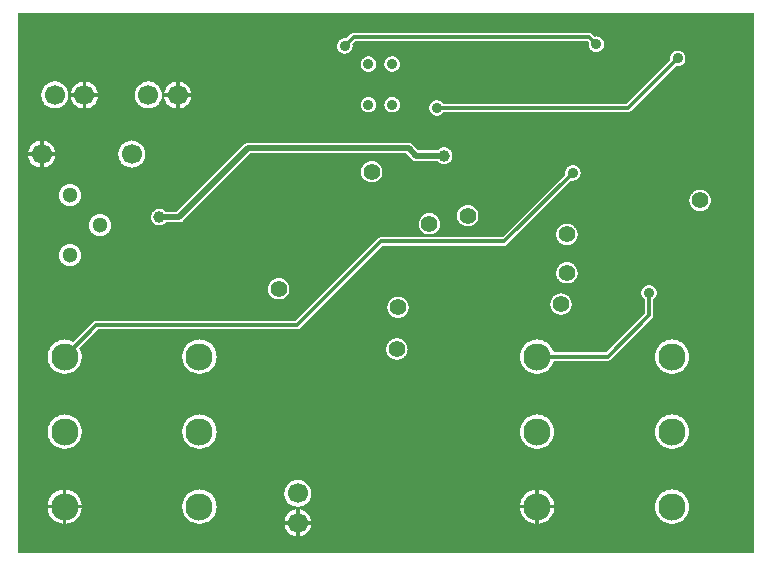
<source format=gbl>
%FSLAX46Y46*%
%MOMM*%
%ADD10C,0.300000*%
%ADD11C,0.500000*%
%AMPS14*
1,1,2.300000,0.000000,0.000000*
%
%ADD14PS14*%
%AMPS13*
1,1,1.300000,0.000000,0.000000*
%
%ADD13PS13*%
%AMPS12*
1,1,1.700000,0.000000,0.000000*
%
%ADD12PS12*%
%AMPS15*
1,1,1.700000,0.000000,0.000000*
%
%ADD15PS15*%
%AMPS16*
1,1,1.700000,0.000000,0.000000*
%
%ADD16PS16*%
%AMPS18*
1,1,1.400000,0.000000,0.000000*
%
%ADD18PS18*%
%AMPS20*
1,1,0.700000,0.000000,0.000000*
%
%ADD20PS20*%
%AMPS19*
1,1,0.900000,0.000000,0.000000*
%
%ADD19PS19*%
%AMPS21*
1,1,1.000000,0.000000,0.000000*
%
%ADD21PS21*%
%AMPS17*
1,1,0.700000,0.000000,0.000000*
%
%ADD17PS17*%
G01*
%LPD*%
G36*
X62640000Y360000D02*
X62640000Y46040000D01*
X360000Y46040000D01*
X360000Y360000D01*
X62640000Y360000D01*
D02*
G37*
%LPC*%
G36*
X28000000Y42604753D02*
X27935774Y42607909D01*
X27872167Y42617345D01*
X27809790Y42632968D01*
X27749243Y42654634D01*
X27691122Y42682123D01*
X27635966Y42715182D01*
X27584316Y42753488D01*
X27536670Y42796670D01*
X27493488Y42844316D01*
X27455182Y42895966D01*
X27422123Y42951122D01*
X27394634Y43009243D01*
X27372968Y43069790D01*
X27357345Y43132167D01*
X27347909Y43195774D01*
X27344753Y43260000D01*
X27347909Y43324226D01*
X27357345Y43387833D01*
X27372968Y43450210D01*
X27394634Y43510757D01*
X27422123Y43568878D01*
X27455182Y43624034D01*
X27493488Y43675684D01*
X27536670Y43723330D01*
X27584316Y43766512D01*
X27635966Y43804818D01*
X27691122Y43837877D01*
X27749243Y43865366D01*
X27809790Y43887032D01*
X27872167Y43902655D01*
X27935774Y43912091D01*
X28000000Y43915247D01*
X28064226Y43912091D01*
X28138960Y43901005D01*
X28482401Y44244448D01*
X28488877Y44252220D01*
X28542222Y44295996D01*
X28603770Y44328893D01*
X28670548Y44349151D01*
X28729923Y44355000D01*
X48710077Y44355000D01*
X48769451Y44349151D01*
X48836229Y44328893D01*
X48897776Y44295996D01*
X48943897Y44258148D01*
X49161041Y44041005D01*
X49235774Y44052091D01*
X49300000Y44055247D01*
X49364226Y44052091D01*
X49427833Y44042655D01*
X49490210Y44027032D01*
X49550757Y44005366D01*
X49608878Y43977877D01*
X49664034Y43944818D01*
X49715684Y43906512D01*
X49763330Y43863330D01*
X49806512Y43815684D01*
X49844818Y43764034D01*
X49877877Y43708878D01*
X49905366Y43650757D01*
X49927032Y43590210D01*
X49942655Y43527833D01*
X49952091Y43464226D01*
X49955247Y43400000D01*
X49952091Y43335774D01*
X49942655Y43272167D01*
X49927032Y43209790D01*
X49905366Y43149243D01*
X49877877Y43091122D01*
X49844818Y43035966D01*
X49806512Y42984316D01*
X49763330Y42936670D01*
X49715684Y42893488D01*
X49664034Y42855182D01*
X49608878Y42822123D01*
X49550757Y42794634D01*
X49490210Y42772968D01*
X49427833Y42757345D01*
X49364226Y42747909D01*
X49300000Y42744753D01*
X49235774Y42747909D01*
X49172167Y42757345D01*
X49109790Y42772968D01*
X49049243Y42794634D01*
X48991122Y42822123D01*
X48935966Y42855182D01*
X48884316Y42893488D01*
X48836670Y42936670D01*
X48793488Y42984316D01*
X48755182Y43035966D01*
X48722123Y43091122D01*
X48694634Y43149243D01*
X48672968Y43209790D01*
X48657345Y43272167D01*
X48647909Y43335774D01*
X48644753Y43400000D01*
X48647909Y43464235D01*
X48658995Y43538958D01*
X48552953Y43645000D01*
X28887047Y43645000D01*
X28641005Y43398958D01*
X28652091Y43324235D01*
X28655247Y43260000D01*
X28652091Y43195774D01*
X28642655Y43132167D01*
X28627032Y43069790D01*
X28605366Y43009243D01*
X28577877Y42951122D01*
X28544818Y42895966D01*
X28506512Y42844316D01*
X28463330Y42796670D01*
X28415684Y42753488D01*
X28364034Y42715182D01*
X28308878Y42682123D01*
X28250757Y42654634D01*
X28190210Y42632968D01*
X28127833Y42617345D01*
X28064226Y42607909D01*
X28000000Y42604753D01*
D02*
G37*
%LPC*%
G36*
X35800000Y37344753D02*
X35735774Y37347909D01*
X35672167Y37357345D01*
X35609790Y37372968D01*
X35549243Y37394634D01*
X35491122Y37422123D01*
X35435966Y37455182D01*
X35384316Y37493488D01*
X35336670Y37536670D01*
X35293488Y37584316D01*
X35255182Y37635966D01*
X35222123Y37691122D01*
X35194634Y37749243D01*
X35172968Y37809790D01*
X35157345Y37872167D01*
X35147909Y37935774D01*
X35144753Y38000000D01*
X35147909Y38064226D01*
X35157345Y38127833D01*
X35172968Y38190210D01*
X35194634Y38250757D01*
X35222123Y38308878D01*
X35255182Y38364034D01*
X35293488Y38415684D01*
X35336670Y38463330D01*
X35384316Y38506512D01*
X35435966Y38544818D01*
X35491122Y38577877D01*
X35549243Y38605366D01*
X35609790Y38627032D01*
X35672167Y38642655D01*
X35735774Y38652091D01*
X35800000Y38655247D01*
X35864226Y38652091D01*
X35927833Y38642655D01*
X35990210Y38627032D01*
X36050757Y38605366D01*
X36108878Y38577877D01*
X36164034Y38544818D01*
X36215684Y38506512D01*
X36263330Y38463330D01*
X36306515Y38415681D01*
X36351517Y38355000D01*
X51822953Y38355000D01*
X55538995Y42071041D01*
X55527909Y42145774D01*
X55524753Y42210000D01*
X55527909Y42274226D01*
X55537345Y42337833D01*
X55552968Y42400210D01*
X55574634Y42460757D01*
X55602123Y42518878D01*
X55635182Y42574034D01*
X55673488Y42625684D01*
X55716670Y42673330D01*
X55764316Y42716512D01*
X55815966Y42754818D01*
X55871122Y42787877D01*
X55929243Y42815366D01*
X55989790Y42837032D01*
X56052167Y42852655D01*
X56115774Y42862091D01*
X56180000Y42865247D01*
X56244226Y42862091D01*
X56307833Y42852655D01*
X56370210Y42837032D01*
X56430757Y42815366D01*
X56488878Y42787877D01*
X56544034Y42754818D01*
X56595684Y42716512D01*
X56643330Y42673330D01*
X56686512Y42625684D01*
X56724818Y42574034D01*
X56757877Y42518878D01*
X56785366Y42460757D01*
X56807032Y42400210D01*
X56822655Y42337833D01*
X56832091Y42274226D01*
X56835247Y42210000D01*
X56832091Y42145774D01*
X56822655Y42082167D01*
X56807032Y42019790D01*
X56785366Y41959243D01*
X56757877Y41901122D01*
X56724818Y41845966D01*
X56686512Y41794316D01*
X56643330Y41746670D01*
X56595684Y41703488D01*
X56544034Y41665182D01*
X56488878Y41632123D01*
X56430757Y41604634D01*
X56370210Y41582968D01*
X56307833Y41567345D01*
X56244226Y41557909D01*
X56180000Y41554753D01*
X56115774Y41557909D01*
X56041041Y41568995D01*
X52227598Y37755551D01*
X52221122Y37747779D01*
X52167777Y37704003D01*
X52106229Y37671106D01*
X52039451Y37650849D01*
X51980066Y37645000D01*
X36351517Y37645000D01*
X36306515Y37584319D01*
X36263330Y37536670D01*
X36215684Y37493488D01*
X36164034Y37455182D01*
X36108878Y37422123D01*
X36050757Y37394634D01*
X35990210Y37372968D01*
X35927833Y37357345D01*
X35864226Y37347909D01*
X35800000Y37344753D01*
D02*
G37*
%LPC*%
G36*
X32000000Y41064753D02*
X31935774Y41067909D01*
X31872167Y41077345D01*
X31809790Y41092968D01*
X31749243Y41114634D01*
X31691122Y41142123D01*
X31635966Y41175182D01*
X31584316Y41213488D01*
X31536670Y41256670D01*
X31493488Y41304316D01*
X31455182Y41355966D01*
X31422123Y41411122D01*
X31394634Y41469243D01*
X31372968Y41529790D01*
X31357345Y41592167D01*
X31347909Y41655774D01*
X31344753Y41720000D01*
X31347909Y41784226D01*
X31357345Y41847833D01*
X31372968Y41910210D01*
X31394634Y41970757D01*
X31422123Y42028878D01*
X31455182Y42084034D01*
X31493488Y42135684D01*
X31536670Y42183330D01*
X31584316Y42226512D01*
X31635966Y42264818D01*
X31691122Y42297877D01*
X31749243Y42325366D01*
X31809790Y42347032D01*
X31872167Y42362655D01*
X31935774Y42372091D01*
X32000000Y42375247D01*
X32064226Y42372091D01*
X32127833Y42362655D01*
X32190210Y42347032D01*
X32250757Y42325366D01*
X32308878Y42297877D01*
X32364034Y42264818D01*
X32415684Y42226512D01*
X32463330Y42183330D01*
X32506512Y42135684D01*
X32544818Y42084034D01*
X32577877Y42028878D01*
X32605366Y41970757D01*
X32627032Y41910210D01*
X32642655Y41847833D01*
X32652091Y41784226D01*
X32655247Y41720000D01*
X32652091Y41655774D01*
X32642655Y41592167D01*
X32627032Y41529790D01*
X32605366Y41469243D01*
X32577877Y41411122D01*
X32544818Y41355966D01*
X32506512Y41304316D01*
X32463330Y41256670D01*
X32415684Y41213488D01*
X32364034Y41175182D01*
X32308878Y41142123D01*
X32250757Y41114634D01*
X32190210Y41092968D01*
X32127833Y41077345D01*
X32064226Y41067909D01*
X32000000Y41064753D01*
D02*
G37*
%LPC*%
G36*
X30000000Y41064753D02*
X29935774Y41067909D01*
X29872167Y41077345D01*
X29809790Y41092968D01*
X29749243Y41114634D01*
X29691122Y41142123D01*
X29635966Y41175182D01*
X29584316Y41213488D01*
X29536670Y41256670D01*
X29493488Y41304316D01*
X29455182Y41355966D01*
X29422123Y41411122D01*
X29394634Y41469243D01*
X29372968Y41529790D01*
X29357345Y41592167D01*
X29347909Y41655774D01*
X29344753Y41720000D01*
X29347909Y41784226D01*
X29357345Y41847833D01*
X29372968Y41910210D01*
X29394634Y41970757D01*
X29422123Y42028878D01*
X29455182Y42084034D01*
X29493488Y42135684D01*
X29536670Y42183330D01*
X29584316Y42226512D01*
X29635966Y42264818D01*
X29691122Y42297877D01*
X29749243Y42325366D01*
X29809790Y42347032D01*
X29872167Y42362655D01*
X29935774Y42372091D01*
X30000000Y42375247D01*
X30064226Y42372091D01*
X30127833Y42362655D01*
X30190210Y42347032D01*
X30250757Y42325366D01*
X30308878Y42297877D01*
X30364034Y42264818D01*
X30415684Y42226512D01*
X30463330Y42183330D01*
X30506512Y42135684D01*
X30544818Y42084034D01*
X30577877Y42028878D01*
X30605366Y41970757D01*
X30627032Y41910210D01*
X30642655Y41847833D01*
X30652091Y41784226D01*
X30655247Y41720000D01*
X30652091Y41655774D01*
X30642655Y41592167D01*
X30627032Y41529790D01*
X30605366Y41469243D01*
X30577877Y41411122D01*
X30544818Y41355966D01*
X30506512Y41304316D01*
X30463330Y41256670D01*
X30415684Y41213488D01*
X30364034Y41175182D01*
X30308878Y41142123D01*
X30250757Y41114634D01*
X30190210Y41092968D01*
X30127833Y41077345D01*
X30064226Y41067909D01*
X30000000Y41064753D01*
D02*
G37*
%LPC*%
G36*
X3452917Y37953382D02*
X3340653Y37958897D01*
X3229464Y37975391D01*
X3120436Y38002701D01*
X3014612Y38040565D01*
X2913007Y38088620D01*
X2816589Y38146411D01*
X2726308Y38213368D01*
X2643029Y38288849D01*
X2567548Y38372128D01*
X2500591Y38462409D01*
X2442800Y38558827D01*
X2394745Y38660432D01*
X2356881Y38766256D01*
X2329571Y38875284D01*
X2313077Y38986473D01*
X2307562Y39098737D01*
X2313077Y39211001D01*
X2329571Y39322190D01*
X2356881Y39431218D01*
X2394745Y39537042D01*
X2442800Y39638647D01*
X2500591Y39735065D01*
X2567548Y39825346D01*
X2643029Y39908625D01*
X2726308Y39984106D01*
X2816589Y40051063D01*
X2913007Y40108854D01*
X3014612Y40156909D01*
X3120436Y40194773D01*
X3229464Y40222083D01*
X3340653Y40238577D01*
X3452917Y40244092D01*
X3565181Y40238577D01*
X3676370Y40222083D01*
X3785398Y40194773D01*
X3891222Y40156909D01*
X3992827Y40108854D01*
X4089245Y40051063D01*
X4179526Y39984106D01*
X4262805Y39908625D01*
X4338286Y39825346D01*
X4405243Y39735065D01*
X4463034Y39638647D01*
X4511089Y39537042D01*
X4548953Y39431218D01*
X4576263Y39322190D01*
X4592757Y39211002D01*
X4596057Y39143830D01*
X4598272Y39098736D01*
X4595222Y39036636D01*
X4592757Y38986472D01*
X4576263Y38875284D01*
X4548953Y38766256D01*
X4511089Y38660432D01*
X4463034Y38558827D01*
X4405243Y38462409D01*
X4338286Y38372128D01*
X4262805Y38288849D01*
X4179526Y38213368D01*
X4089245Y38146411D01*
X3992827Y38088620D01*
X3891222Y38040565D01*
X3785398Y38002701D01*
X3676370Y37975391D01*
X3565181Y37958897D01*
X3452917Y37953382D01*
D02*
G37*
%LPC*%
G36*
X11352917Y37953382D02*
X11240653Y37958897D01*
X11129464Y37975391D01*
X11020436Y38002701D01*
X10914612Y38040565D01*
X10813007Y38088620D01*
X10716589Y38146411D01*
X10626308Y38213368D01*
X10543029Y38288849D01*
X10467548Y38372128D01*
X10400591Y38462409D01*
X10342800Y38558827D01*
X10294745Y38660432D01*
X10256881Y38766256D01*
X10229571Y38875284D01*
X10213077Y38986473D01*
X10207562Y39098737D01*
X10213077Y39211001D01*
X10229571Y39322190D01*
X10256881Y39431218D01*
X10294745Y39537042D01*
X10342800Y39638647D01*
X10400591Y39735065D01*
X10467548Y39825346D01*
X10543029Y39908625D01*
X10626308Y39984106D01*
X10716589Y40051063D01*
X10813007Y40108854D01*
X10914612Y40156909D01*
X11020436Y40194773D01*
X11129464Y40222083D01*
X11240653Y40238577D01*
X11352917Y40244092D01*
X11465181Y40238577D01*
X11576370Y40222083D01*
X11685398Y40194773D01*
X11791222Y40156909D01*
X11892827Y40108854D01*
X11989245Y40051063D01*
X12079526Y39984106D01*
X12162805Y39908625D01*
X12238286Y39825346D01*
X12305243Y39735065D01*
X12363034Y39638647D01*
X12411089Y39537042D01*
X12448953Y39431218D01*
X12476263Y39322190D01*
X12492757Y39211001D01*
X12498272Y39098737D01*
X12495222Y39036636D01*
X12492757Y38986472D01*
X12476263Y38875284D01*
X12448953Y38766256D01*
X12411089Y38660432D01*
X12363034Y38558827D01*
X12305243Y38462409D01*
X12238286Y38372128D01*
X12162805Y38288849D01*
X12079526Y38213368D01*
X11989245Y38146411D01*
X11892827Y38088620D01*
X11791222Y38040565D01*
X11685398Y38002701D01*
X11576370Y37975391D01*
X11465181Y37958897D01*
X11352917Y37953382D01*
D02*
G37*
%LPC*%
G36*
X5802917Y39248737D02*
X4813620Y39248737D01*
X4824661Y39323167D01*
X4852090Y39432671D01*
X4890120Y39538958D01*
X4938388Y39641015D01*
X4996428Y39737845D01*
X5063673Y39828515D01*
X5139489Y39912165D01*
X5223139Y39987981D01*
X5313809Y40055226D01*
X5410639Y40113266D01*
X5512696Y40161534D01*
X5618983Y40199564D01*
X5728487Y40226993D01*
X5802917Y40238034D01*
X5802917Y39248737D01*
D02*
G37*
%LPC*%
G36*
X7092214Y39248737D02*
X6102917Y39248737D01*
X6102917Y40238034D01*
X6177347Y40226993D01*
X6286851Y40199564D01*
X6393138Y40161534D01*
X6495195Y40113266D01*
X6592025Y40055226D01*
X6682695Y39987981D01*
X6766345Y39912165D01*
X6842161Y39828515D01*
X6909406Y39737845D01*
X6967446Y39641015D01*
X7015714Y39538958D01*
X7053744Y39432671D01*
X7081173Y39323167D01*
X7092214Y39248737D01*
D02*
G37*
%LPC*%
G36*
X13702917Y39248737D02*
X12713620Y39248737D01*
X12724661Y39323167D01*
X12752090Y39432671D01*
X12790120Y39538958D01*
X12838388Y39641015D01*
X12896428Y39737845D01*
X12963673Y39828515D01*
X13039489Y39912165D01*
X13123139Y39987981D01*
X13213809Y40055226D01*
X13310639Y40113266D01*
X13412696Y40161534D01*
X13518983Y40199564D01*
X13628487Y40226993D01*
X13702917Y40238034D01*
X13702917Y39248737D01*
D02*
G37*
%LPC*%
G36*
X14992214Y39248737D02*
X14002917Y39248737D01*
X14002917Y40238034D01*
X14077347Y40226993D01*
X14186851Y40199564D01*
X14293138Y40161534D01*
X14395195Y40113266D01*
X14492025Y40055226D01*
X14582695Y39987981D01*
X14666345Y39912165D01*
X14742161Y39828515D01*
X14809406Y39737845D01*
X14867446Y39641015D01*
X14915714Y39538958D01*
X14953744Y39432671D01*
X14981173Y39323167D01*
X14992214Y39248737D01*
D02*
G37*
%LPC*%
G36*
X13702917Y37959440D02*
X13628487Y37970481D01*
X13518983Y37997910D01*
X13412696Y38035940D01*
X13310639Y38084208D01*
X13213809Y38142248D01*
X13123139Y38209493D01*
X13039489Y38285309D01*
X12963673Y38368959D01*
X12896428Y38459629D01*
X12838388Y38556459D01*
X12790120Y38658516D01*
X12752090Y38764803D01*
X12724661Y38874307D01*
X12713620Y38948737D01*
X13702917Y38948737D01*
X13702917Y37959440D01*
D02*
G37*
%LPC*%
G36*
X5802917Y37959440D02*
X5728487Y37970481D01*
X5618983Y37997910D01*
X5512696Y38035940D01*
X5410639Y38084208D01*
X5313809Y38142248D01*
X5223139Y38209493D01*
X5139489Y38285309D01*
X5063673Y38368959D01*
X4996428Y38459629D01*
X4938388Y38556459D01*
X4890120Y38658516D01*
X4852090Y38764803D01*
X4824661Y38874307D01*
X4813620Y38948737D01*
X5802917Y38948737D01*
X5802917Y37959440D01*
D02*
G37*
%LPC*%
G36*
X6102917Y37959440D02*
X6102917Y38948737D01*
X7092214Y38948737D01*
X7081173Y38874307D01*
X7053744Y38764803D01*
X7015714Y38658516D01*
X6967446Y38556459D01*
X6909406Y38459629D01*
X6842161Y38368959D01*
X6766345Y38285309D01*
X6682695Y38209493D01*
X6592025Y38142248D01*
X6495195Y38084208D01*
X6393138Y38035940D01*
X6286851Y37997910D01*
X6177347Y37970481D01*
X6102917Y37959440D01*
D02*
G37*
%LPC*%
G36*
X14002917Y37959440D02*
X14002917Y38948737D01*
X14992214Y38948737D01*
X14981173Y38874307D01*
X14953744Y38764803D01*
X14915714Y38658516D01*
X14867446Y38556459D01*
X14809406Y38459629D01*
X14742161Y38368959D01*
X14666345Y38285309D01*
X14582695Y38209493D01*
X14492025Y38142248D01*
X14395195Y38084208D01*
X14293138Y38035940D01*
X14186851Y37997910D01*
X14077347Y37970481D01*
X14002917Y37959440D01*
D02*
G37*
%LPC*%
G36*
X30000000Y37624753D02*
X29935774Y37627909D01*
X29872167Y37637345D01*
X29809790Y37652968D01*
X29749243Y37674634D01*
X29691122Y37702123D01*
X29635966Y37735182D01*
X29584316Y37773488D01*
X29536670Y37816670D01*
X29493488Y37864316D01*
X29455182Y37915966D01*
X29422123Y37971122D01*
X29394634Y38029243D01*
X29372968Y38089790D01*
X29357345Y38152167D01*
X29347909Y38215774D01*
X29344753Y38280000D01*
X29347909Y38344226D01*
X29357345Y38407833D01*
X29372968Y38470210D01*
X29394634Y38530757D01*
X29422123Y38588878D01*
X29455182Y38644034D01*
X29493488Y38695684D01*
X29536670Y38743330D01*
X29584316Y38786512D01*
X29635966Y38824818D01*
X29691122Y38857877D01*
X29749243Y38885366D01*
X29809790Y38907032D01*
X29872167Y38922655D01*
X29935774Y38932091D01*
X30000000Y38935247D01*
X30064226Y38932091D01*
X30127833Y38922655D01*
X30190210Y38907032D01*
X30250757Y38885366D01*
X30308878Y38857877D01*
X30364034Y38824818D01*
X30415684Y38786512D01*
X30463330Y38743330D01*
X30506512Y38695684D01*
X30544818Y38644034D01*
X30577877Y38588878D01*
X30605366Y38530757D01*
X30627032Y38470210D01*
X30642655Y38407833D01*
X30652091Y38344226D01*
X30655247Y38280000D01*
X30652091Y38215774D01*
X30642655Y38152167D01*
X30627032Y38089790D01*
X30605366Y38029243D01*
X30577877Y37971122D01*
X30544818Y37915966D01*
X30506512Y37864316D01*
X30463330Y37816670D01*
X30415684Y37773488D01*
X30364034Y37735182D01*
X30308878Y37702123D01*
X30250757Y37674634D01*
X30190210Y37652968D01*
X30127833Y37637345D01*
X30064226Y37627909D01*
X30000000Y37624753D01*
D02*
G37*
%LPC*%
G36*
X32000000Y37624753D02*
X31935774Y37627909D01*
X31872167Y37637345D01*
X31809790Y37652968D01*
X31749243Y37674634D01*
X31691122Y37702123D01*
X31635966Y37735182D01*
X31584316Y37773488D01*
X31536670Y37816670D01*
X31493488Y37864316D01*
X31455182Y37915966D01*
X31422123Y37971122D01*
X31394634Y38029243D01*
X31372968Y38089790D01*
X31357345Y38152167D01*
X31347909Y38215774D01*
X31344753Y38280000D01*
X31347909Y38344226D01*
X31357345Y38407833D01*
X31372968Y38470210D01*
X31394634Y38530757D01*
X31422123Y38588878D01*
X31455182Y38644034D01*
X31493488Y38695684D01*
X31536670Y38743330D01*
X31584316Y38786512D01*
X31635966Y38824818D01*
X31691122Y38857877D01*
X31749243Y38885366D01*
X31809790Y38907032D01*
X31872167Y38922655D01*
X31935774Y38932091D01*
X32000000Y38935247D01*
X32064226Y38932091D01*
X32127833Y38922655D01*
X32190210Y38907032D01*
X32250757Y38885366D01*
X32308878Y38857877D01*
X32364034Y38824818D01*
X32415684Y38786512D01*
X32463330Y38743330D01*
X32506512Y38695684D01*
X32544818Y38644034D01*
X32577877Y38588878D01*
X32605366Y38530757D01*
X32627032Y38470210D01*
X32642655Y38407833D01*
X32652091Y38344226D01*
X32655247Y38280000D01*
X32652091Y38215774D01*
X32642655Y38152167D01*
X32627032Y38089790D01*
X32605366Y38029243D01*
X32577877Y37971122D01*
X32544818Y37915966D01*
X32506512Y37864316D01*
X32463330Y37816670D01*
X32415684Y37773488D01*
X32364034Y37735182D01*
X32308878Y37702123D01*
X32250757Y37674634D01*
X32190210Y37652968D01*
X32127833Y37637345D01*
X32064226Y37627909D01*
X32000000Y37624753D01*
D02*
G37*
%LPC*%
G36*
X9960000Y32954645D02*
X9847736Y32960160D01*
X9736547Y32976654D01*
X9627519Y33003964D01*
X9521695Y33041828D01*
X9420090Y33089883D01*
X9323672Y33147674D01*
X9233391Y33214631D01*
X9150112Y33290112D01*
X9074631Y33373391D01*
X9007674Y33463672D01*
X8949883Y33560090D01*
X8901828Y33661695D01*
X8863964Y33767519D01*
X8836654Y33876547D01*
X8820160Y33987736D01*
X8814645Y34100000D01*
X8820160Y34212264D01*
X8836654Y34323453D01*
X8863964Y34432481D01*
X8901828Y34538305D01*
X8949883Y34639910D01*
X9007674Y34736328D01*
X9074631Y34826609D01*
X9150112Y34909888D01*
X9233391Y34985369D01*
X9323672Y35052326D01*
X9420090Y35110117D01*
X9521695Y35158172D01*
X9627519Y35196036D01*
X9736547Y35223346D01*
X9847736Y35239840D01*
X9960000Y35245355D01*
X10072264Y35239840D01*
X10183453Y35223346D01*
X10292481Y35196036D01*
X10398305Y35158172D01*
X10499910Y35110117D01*
X10596328Y35052326D01*
X10686609Y34985369D01*
X10769888Y34909888D01*
X10845369Y34826609D01*
X10912326Y34736328D01*
X10970117Y34639910D01*
X11018172Y34538305D01*
X11056036Y34432481D01*
X11083346Y34323453D01*
X11099840Y34212264D01*
X11105355Y34100000D01*
X11099840Y33987736D01*
X11083346Y33876547D01*
X11056036Y33767519D01*
X11018172Y33661695D01*
X10970117Y33560090D01*
X10912326Y33463672D01*
X10845369Y33373391D01*
X10769888Y33290112D01*
X10686609Y33214631D01*
X10596328Y33147674D01*
X10499910Y33089883D01*
X10398305Y33041828D01*
X10292481Y33003964D01*
X10183453Y32976654D01*
X10072264Y32960160D01*
X9960000Y32954645D01*
D02*
G37*
%LPC*%
G36*
X2190000Y34250000D02*
X1200703Y34250000D01*
X1211744Y34324430D01*
X1239173Y34433934D01*
X1277203Y34540221D01*
X1325471Y34642278D01*
X1383511Y34739108D01*
X1450756Y34829778D01*
X1526572Y34913428D01*
X1610222Y34989244D01*
X1700892Y35056489D01*
X1797722Y35114529D01*
X1899779Y35162797D01*
X2006066Y35200827D01*
X2115570Y35228256D01*
X2190000Y35239297D01*
X2190000Y34250000D01*
D02*
G37*
%LPC*%
G36*
X3479297Y34250000D02*
X2490000Y34250000D01*
X2490000Y35239297D01*
X2564430Y35228256D01*
X2673934Y35200827D01*
X2780221Y35162797D01*
X2882278Y35114529D01*
X2979108Y35056489D01*
X3069778Y34989244D01*
X3153428Y34913428D01*
X3229244Y34829778D01*
X3296489Y34739108D01*
X3354529Y34642278D01*
X3402797Y34540221D01*
X3440827Y34433934D01*
X3468256Y34324430D01*
X3479297Y34250000D01*
D02*
G37*
%LPC*%
G36*
X12300000Y28054752D02*
X12230883Y28058148D01*
X12162405Y28068307D01*
X12095284Y28085118D01*
X12030114Y28108438D01*
X11967551Y28138027D01*
X11908179Y28173614D01*
X11852599Y28214834D01*
X11801315Y28261315D01*
X11754834Y28312599D01*
X11713614Y28368179D01*
X11678027Y28427551D01*
X11648438Y28490114D01*
X11625118Y28555284D01*
X11608307Y28622405D01*
X11598148Y28690883D01*
X11594752Y28760000D01*
X11598148Y28829117D01*
X11608307Y28897595D01*
X11625118Y28964716D01*
X11648438Y29029886D01*
X11678027Y29092449D01*
X11713614Y29151821D01*
X11754834Y29207401D01*
X11801315Y29258685D01*
X11852599Y29305166D01*
X11908179Y29346386D01*
X11967551Y29381973D01*
X12030114Y29411562D01*
X12095284Y29434882D01*
X12162405Y29451693D01*
X12230883Y29461852D01*
X12300000Y29465248D01*
X12369117Y29461852D01*
X12437595Y29451693D01*
X12504716Y29434882D01*
X12569886Y29411562D01*
X12632449Y29381973D01*
X12691821Y29346386D01*
X12747401Y29305166D01*
X12798685Y29258685D01*
X12838279Y29215000D01*
X13771533Y29215000D01*
X19471692Y34915159D01*
X19478164Y34922925D01*
X19546666Y34979144D01*
X19625497Y35021279D01*
X19711042Y35047230D01*
X19789925Y35055000D01*
X33410075Y35055000D01*
X33488958Y35047230D01*
X33574502Y35021279D01*
X33653333Y34979144D01*
X33714611Y34928854D01*
X34228467Y34415000D01*
X35861721Y34415000D01*
X35901315Y34458685D01*
X35952599Y34505166D01*
X36008179Y34546386D01*
X36067551Y34581973D01*
X36130114Y34611562D01*
X36195284Y34634882D01*
X36262405Y34651693D01*
X36330883Y34661852D01*
X36400000Y34665248D01*
X36469117Y34661852D01*
X36537595Y34651693D01*
X36604716Y34634882D01*
X36669886Y34611562D01*
X36732449Y34581973D01*
X36791821Y34546386D01*
X36847401Y34505166D01*
X36898685Y34458685D01*
X36945166Y34407401D01*
X36986386Y34351821D01*
X37021973Y34292449D01*
X37051562Y34229886D01*
X37074882Y34164716D01*
X37091693Y34097595D01*
X37101852Y34029117D01*
X37105248Y33960000D01*
X37101852Y33890883D01*
X37091693Y33822405D01*
X37074882Y33755284D01*
X37051562Y33690114D01*
X37021973Y33627551D01*
X36986386Y33568179D01*
X36945166Y33512599D01*
X36898685Y33461315D01*
X36847401Y33414834D01*
X36791821Y33373614D01*
X36732449Y33338027D01*
X36669886Y33308438D01*
X36604716Y33285118D01*
X36537595Y33268307D01*
X36469117Y33258148D01*
X36400000Y33254752D01*
X36330883Y33258148D01*
X36262405Y33268307D01*
X36195284Y33285118D01*
X36130114Y33308438D01*
X36067551Y33338027D01*
X36008179Y33373614D01*
X35952599Y33414834D01*
X35901315Y33461315D01*
X35861721Y33505000D01*
X34029936Y33505000D01*
X33951040Y33512770D01*
X33865497Y33538720D01*
X33786666Y33580855D01*
X33717443Y33637666D01*
X33711029Y33645504D01*
X33211533Y34145000D01*
X19988467Y34145000D01*
X14288307Y28444840D01*
X14281835Y28437074D01*
X14213333Y28380855D01*
X14134501Y28338720D01*
X14048959Y28312770D01*
X13970065Y28305000D01*
X12838279Y28305000D01*
X12798685Y28261315D01*
X12747401Y28214834D01*
X12691821Y28173614D01*
X12632449Y28138027D01*
X12569886Y28108438D01*
X12504716Y28085118D01*
X12437595Y28068307D01*
X12369117Y28058148D01*
X12300000Y28054752D01*
D02*
G37*
%LPC*%
G36*
X2490000Y32960703D02*
X2490000Y33950000D01*
X3479297Y33950000D01*
X3468256Y33875570D01*
X3440827Y33766066D01*
X3402797Y33659779D01*
X3354529Y33557722D01*
X3296489Y33460892D01*
X3229244Y33370222D01*
X3153428Y33286572D01*
X3069778Y33210756D01*
X2979108Y33143511D01*
X2882278Y33085471D01*
X2780221Y33037203D01*
X2673934Y32999173D01*
X2564430Y32971744D01*
X2490000Y32960703D01*
D02*
G37*
%LPC*%
G36*
X2190000Y32960703D02*
X2115570Y32971744D01*
X2006066Y32999173D01*
X1899779Y33037203D01*
X1797722Y33085471D01*
X1700892Y33143511D01*
X1610222Y33210756D01*
X1526572Y33286572D01*
X1450756Y33370222D01*
X1383511Y33460892D01*
X1325471Y33557722D01*
X1277203Y33659779D01*
X1239173Y33766066D01*
X1211744Y33875570D01*
X1200703Y33950000D01*
X2190000Y33950000D01*
X2190000Y32960703D01*
D02*
G37*
%LPC*%
G36*
X30270000Y31704753D02*
X30181268Y31709113D01*
X30093388Y31722149D01*
X30007224Y31743731D01*
X29923579Y31773661D01*
X29843263Y31811648D01*
X29767079Y31857310D01*
X29695715Y31910237D01*
X29629894Y31969894D01*
X29570237Y32035715D01*
X29517310Y32107079D01*
X29471648Y32183263D01*
X29433661Y32263579D01*
X29403731Y32347224D01*
X29382149Y32433388D01*
X29369113Y32521268D01*
X29364753Y32610000D01*
X29369113Y32698732D01*
X29382149Y32786612D01*
X29403731Y32872776D01*
X29433661Y32956421D01*
X29471648Y33036737D01*
X29517310Y33112921D01*
X29570237Y33184285D01*
X29629894Y33250106D01*
X29695715Y33309763D01*
X29767079Y33362690D01*
X29843263Y33408352D01*
X29923579Y33446339D01*
X30007224Y33476269D01*
X30093388Y33497851D01*
X30181268Y33510887D01*
X30270000Y33515247D01*
X30358732Y33510887D01*
X30446612Y33497851D01*
X30532776Y33476269D01*
X30616421Y33446339D01*
X30696737Y33408352D01*
X30772921Y33362690D01*
X30844285Y33309763D01*
X30910106Y33250106D01*
X30969763Y33184285D01*
X31022690Y33112921D01*
X31068352Y33036737D01*
X31106339Y32956421D01*
X31136269Y32872776D01*
X31157851Y32786612D01*
X31170887Y32698732D01*
X31175247Y32610000D01*
X31170887Y32521268D01*
X31157851Y32433388D01*
X31136269Y32347224D01*
X31106339Y32263579D01*
X31068352Y32183263D01*
X31022690Y32107079D01*
X30969763Y32035715D01*
X30910106Y31969894D01*
X30844285Y31910237D01*
X30772921Y31857310D01*
X30696737Y31811648D01*
X30616421Y31773661D01*
X30532776Y31743731D01*
X30446612Y31722149D01*
X30358732Y31709113D01*
X30270000Y31704753D01*
D02*
G37*
%LPC*%
G36*
X4270000Y15504645D02*
X4128329Y15511605D01*
X3988022Y15532418D01*
X3850433Y15566882D01*
X3716894Y15614663D01*
X3588662Y15675312D01*
X3467007Y15748229D01*
X3353074Y15832727D01*
X3247980Y15927980D01*
X3152727Y16033074D01*
X3068229Y16147007D01*
X2995312Y16268662D01*
X2934663Y16396894D01*
X2886882Y16530433D01*
X2852418Y16668022D01*
X2831605Y16808329D01*
X2824645Y16950000D01*
X2831605Y17091671D01*
X2852418Y17231978D01*
X2886882Y17369567D01*
X2934663Y17503106D01*
X2995312Y17631338D01*
X3068229Y17752993D01*
X3152727Y17866926D01*
X3247980Y17972020D01*
X3353074Y18067273D01*
X3467007Y18151771D01*
X3588662Y18224688D01*
X3716894Y18285337D01*
X3850433Y18333118D01*
X3988022Y18367582D01*
X4128329Y18388395D01*
X4270000Y18395355D01*
X4411671Y18388395D01*
X4551978Y18367582D01*
X4689567Y18333118D01*
X4823111Y18285336D01*
X5013325Y18195371D01*
X6662401Y19844448D01*
X6668877Y19852220D01*
X6722222Y19895996D01*
X6783770Y19928893D01*
X6850548Y19949151D01*
X6909923Y19955000D01*
X23802953Y19955000D01*
X30792401Y26944448D01*
X30798877Y26952220D01*
X30852222Y26995996D01*
X30913770Y27028893D01*
X30980548Y27049151D01*
X31039923Y27055000D01*
X41352953Y27055000D01*
X46658995Y32361041D01*
X46647909Y32435774D01*
X46644753Y32500000D01*
X46647909Y32564226D01*
X46657345Y32627833D01*
X46672968Y32690210D01*
X46694634Y32750757D01*
X46722123Y32808878D01*
X46755182Y32864034D01*
X46793488Y32915684D01*
X46836670Y32963330D01*
X46884316Y33006512D01*
X46935966Y33044818D01*
X46991122Y33077877D01*
X47049243Y33105366D01*
X47109790Y33127032D01*
X47172167Y33142655D01*
X47235774Y33152091D01*
X47300000Y33155247D01*
X47364226Y33152091D01*
X47427833Y33142655D01*
X47490210Y33127032D01*
X47550757Y33105366D01*
X47608878Y33077877D01*
X47664034Y33044818D01*
X47715684Y33006512D01*
X47763330Y32963330D01*
X47806512Y32915684D01*
X47844818Y32864034D01*
X47877877Y32808878D01*
X47905366Y32750757D01*
X47927032Y32690210D01*
X47942655Y32627833D01*
X47952091Y32564226D01*
X47955247Y32500000D01*
X47952091Y32435774D01*
X47942655Y32372167D01*
X47927032Y32309790D01*
X47905366Y32249243D01*
X47877877Y32191122D01*
X47844818Y32135966D01*
X47806512Y32084316D01*
X47763330Y32036670D01*
X47715684Y31993488D01*
X47664034Y31955182D01*
X47608878Y31922123D01*
X47550757Y31894634D01*
X47490210Y31872968D01*
X47427833Y31857345D01*
X47364226Y31847909D01*
X47300000Y31844753D01*
X47235774Y31847909D01*
X47161041Y31858995D01*
X41757598Y26455551D01*
X41751122Y26447779D01*
X41697777Y26404003D01*
X41636229Y26371106D01*
X41569451Y26350849D01*
X41510066Y26345000D01*
X31197047Y26345000D01*
X24207598Y19355551D01*
X24201122Y19347779D01*
X24147777Y19304003D01*
X24086229Y19271106D01*
X24019451Y19250849D01*
X23960066Y19245000D01*
X7067047Y19245000D01*
X5515371Y17693325D01*
X5605336Y17503111D01*
X5653118Y17369567D01*
X5687582Y17231978D01*
X5708395Y17091671D01*
X5715355Y16950000D01*
X5708395Y16808329D01*
X5687582Y16668022D01*
X5653118Y16530433D01*
X5605337Y16396894D01*
X5544688Y16268662D01*
X5471771Y16147007D01*
X5387273Y16033074D01*
X5292020Y15927980D01*
X5186926Y15832727D01*
X5072993Y15748229D01*
X4951338Y15675312D01*
X4823106Y15614663D01*
X4689567Y15566882D01*
X4551978Y15532418D01*
X4411671Y15511605D01*
X4270000Y15504645D01*
D02*
G37*
%LPC*%
G36*
X4730000Y29694645D02*
X4637339Y29699197D01*
X4545565Y29712811D01*
X4455578Y29735351D01*
X4368229Y29766606D01*
X4284356Y29806275D01*
X4204794Y29853962D01*
X4130274Y29909231D01*
X4061533Y29971533D01*
X3999231Y30040274D01*
X3943962Y30114794D01*
X3896275Y30194356D01*
X3856606Y30278229D01*
X3825351Y30365578D01*
X3802811Y30455565D01*
X3789197Y30547339D01*
X3784645Y30640000D01*
X3789197Y30732661D01*
X3802811Y30824435D01*
X3825351Y30914422D01*
X3856606Y31001771D01*
X3896275Y31085644D01*
X3943962Y31165206D01*
X3999231Y31239726D01*
X4061533Y31308467D01*
X4130274Y31370769D01*
X4204794Y31426038D01*
X4284356Y31473725D01*
X4368229Y31513394D01*
X4455578Y31544649D01*
X4545565Y31567189D01*
X4637339Y31580803D01*
X4730000Y31585355D01*
X4822661Y31580803D01*
X4914435Y31567189D01*
X5004422Y31544649D01*
X5091771Y31513394D01*
X5175644Y31473725D01*
X5255206Y31426038D01*
X5329726Y31370769D01*
X5398467Y31308467D01*
X5460769Y31239726D01*
X5516038Y31165206D01*
X5563725Y31085644D01*
X5603394Y31001771D01*
X5634649Y30914422D01*
X5657189Y30824435D01*
X5670803Y30732661D01*
X5675355Y30640000D01*
X5670803Y30547339D01*
X5657189Y30455565D01*
X5634649Y30365578D01*
X5603394Y30278229D01*
X5563725Y30194356D01*
X5516038Y30114794D01*
X5460769Y30040274D01*
X5398467Y29971533D01*
X5329726Y29909231D01*
X5255206Y29853962D01*
X5175644Y29806275D01*
X5091771Y29766606D01*
X5004422Y29735351D01*
X4914435Y29712811D01*
X4822661Y29699197D01*
X4730000Y29694645D01*
D02*
G37*
%LPC*%
G36*
X58075000Y29274753D02*
X57986268Y29279113D01*
X57898388Y29292149D01*
X57812224Y29313731D01*
X57728579Y29343661D01*
X57648263Y29381648D01*
X57572079Y29427310D01*
X57500715Y29480237D01*
X57434894Y29539894D01*
X57375237Y29605715D01*
X57322310Y29677079D01*
X57276648Y29753263D01*
X57238661Y29833579D01*
X57208731Y29917224D01*
X57187149Y30003388D01*
X57174113Y30091268D01*
X57169753Y30180000D01*
X57174113Y30268732D01*
X57187149Y30356612D01*
X57208731Y30442776D01*
X57238661Y30526421D01*
X57276648Y30606737D01*
X57322310Y30682921D01*
X57375237Y30754285D01*
X57434894Y30820106D01*
X57500715Y30879763D01*
X57572079Y30932690D01*
X57648263Y30978352D01*
X57728579Y31016339D01*
X57812224Y31046269D01*
X57898388Y31067851D01*
X57986268Y31080887D01*
X58075000Y31085247D01*
X58163732Y31080887D01*
X58251612Y31067851D01*
X58337776Y31046269D01*
X58421421Y31016339D01*
X58501737Y30978352D01*
X58577921Y30932690D01*
X58649285Y30879763D01*
X58715106Y30820106D01*
X58774763Y30754285D01*
X58827690Y30682921D01*
X58873352Y30606737D01*
X58911339Y30526421D01*
X58941269Y30442776D01*
X58962851Y30356612D01*
X58975887Y30268732D01*
X58980247Y30180000D01*
X58975887Y30091268D01*
X58962851Y30003388D01*
X58941269Y29917224D01*
X58911339Y29833579D01*
X58873352Y29753263D01*
X58827690Y29677079D01*
X58774763Y29605715D01*
X58715106Y29539894D01*
X58649285Y29480237D01*
X58577921Y29427310D01*
X58501737Y29381648D01*
X58421421Y29343661D01*
X58337776Y29313731D01*
X58251612Y29292149D01*
X58163732Y29279113D01*
X58075000Y29274753D01*
D02*
G37*
%LPC*%
G36*
X38400000Y27984753D02*
X38311268Y27989113D01*
X38223388Y28002149D01*
X38137224Y28023731D01*
X38053579Y28053661D01*
X37973263Y28091648D01*
X37897079Y28137310D01*
X37825715Y28190237D01*
X37759894Y28249894D01*
X37700237Y28315715D01*
X37647310Y28387079D01*
X37601648Y28463263D01*
X37563661Y28543579D01*
X37533731Y28627224D01*
X37512149Y28713388D01*
X37499113Y28801268D01*
X37494753Y28890000D01*
X37499113Y28978732D01*
X37512149Y29066612D01*
X37533731Y29152776D01*
X37563661Y29236421D01*
X37601648Y29316737D01*
X37647310Y29392921D01*
X37700237Y29464285D01*
X37759894Y29530106D01*
X37825715Y29589763D01*
X37897079Y29642690D01*
X37973263Y29688352D01*
X38053579Y29726339D01*
X38137224Y29756269D01*
X38223388Y29777851D01*
X38311268Y29790887D01*
X38400000Y29795247D01*
X38488732Y29790887D01*
X38576612Y29777851D01*
X38662776Y29756269D01*
X38746421Y29726339D01*
X38826737Y29688352D01*
X38902921Y29642690D01*
X38974285Y29589763D01*
X39040106Y29530106D01*
X39099763Y29464285D01*
X39152690Y29392921D01*
X39198352Y29316737D01*
X39236339Y29236421D01*
X39266269Y29152776D01*
X39287851Y29066612D01*
X39300887Y28978732D01*
X39305247Y28890000D01*
X39300887Y28801268D01*
X39287851Y28713388D01*
X39266269Y28627224D01*
X39236339Y28543579D01*
X39198352Y28463263D01*
X39152690Y28387079D01*
X39099763Y28315715D01*
X39040106Y28249894D01*
X38974285Y28190237D01*
X38902921Y28137310D01*
X38826737Y28091648D01*
X38746421Y28053661D01*
X38662776Y28023731D01*
X38576612Y28002149D01*
X38488732Y27989113D01*
X38400000Y27984753D01*
D02*
G37*
%LPC*%
G36*
X35160000Y27294753D02*
X35071268Y27299113D01*
X34983388Y27312149D01*
X34897224Y27333731D01*
X34813579Y27363661D01*
X34733263Y27401648D01*
X34657079Y27447310D01*
X34585715Y27500237D01*
X34519894Y27559894D01*
X34460237Y27625715D01*
X34407310Y27697079D01*
X34361648Y27773263D01*
X34323661Y27853579D01*
X34293731Y27937224D01*
X34272149Y28023388D01*
X34259113Y28111268D01*
X34254753Y28200000D01*
X34259113Y28288732D01*
X34272149Y28376612D01*
X34293731Y28462776D01*
X34323661Y28546421D01*
X34361648Y28626737D01*
X34407310Y28702921D01*
X34460237Y28774285D01*
X34519894Y28840106D01*
X34585715Y28899763D01*
X34657079Y28952690D01*
X34733263Y28998352D01*
X34813579Y29036339D01*
X34897224Y29066269D01*
X34983388Y29087851D01*
X35071268Y29100887D01*
X35160000Y29105247D01*
X35248732Y29100887D01*
X35336612Y29087851D01*
X35422776Y29066269D01*
X35506421Y29036339D01*
X35586737Y28998352D01*
X35662921Y28952690D01*
X35734285Y28899763D01*
X35800106Y28840106D01*
X35859763Y28774285D01*
X35912690Y28702921D01*
X35958352Y28626737D01*
X35996339Y28546421D01*
X36026269Y28462776D01*
X36047851Y28376612D01*
X36060887Y28288732D01*
X36065247Y28200000D01*
X36060887Y28111268D01*
X36047851Y28023388D01*
X36026269Y27937224D01*
X35996339Y27853579D01*
X35958352Y27773263D01*
X35912690Y27697079D01*
X35859763Y27625715D01*
X35800106Y27559894D01*
X35734285Y27500237D01*
X35662921Y27447310D01*
X35586737Y27401648D01*
X35506421Y27363661D01*
X35422776Y27333731D01*
X35336612Y27312149D01*
X35248732Y27299113D01*
X35160000Y27294753D01*
D02*
G37*
%LPC*%
G36*
X7270000Y27154645D02*
X7177339Y27159197D01*
X7085565Y27172811D01*
X6995578Y27195351D01*
X6908229Y27226606D01*
X6824356Y27266275D01*
X6744794Y27313962D01*
X6670274Y27369231D01*
X6601533Y27431533D01*
X6539231Y27500274D01*
X6483962Y27574794D01*
X6436275Y27654356D01*
X6396606Y27738229D01*
X6365351Y27825578D01*
X6342811Y27915565D01*
X6329197Y28007339D01*
X6324645Y28100000D01*
X6329197Y28192661D01*
X6342811Y28284435D01*
X6365351Y28374422D01*
X6396606Y28461771D01*
X6436275Y28545644D01*
X6483962Y28625206D01*
X6539231Y28699726D01*
X6601533Y28768467D01*
X6670274Y28830769D01*
X6744794Y28886038D01*
X6824356Y28933725D01*
X6908229Y28973394D01*
X6995578Y29004649D01*
X7085565Y29027189D01*
X7177339Y29040803D01*
X7270000Y29045355D01*
X7362661Y29040803D01*
X7454435Y29027189D01*
X7544422Y29004649D01*
X7631771Y28973394D01*
X7715644Y28933725D01*
X7795206Y28886038D01*
X7869726Y28830769D01*
X7938467Y28768467D01*
X8000769Y28699726D01*
X8056038Y28625206D01*
X8103725Y28545644D01*
X8143394Y28461771D01*
X8174649Y28374422D01*
X8197189Y28284435D01*
X8210803Y28192661D01*
X8215355Y28100000D01*
X8210803Y28007339D01*
X8197189Y27915565D01*
X8174649Y27825578D01*
X8143394Y27738229D01*
X8103725Y27654356D01*
X8056038Y27574794D01*
X8000769Y27500274D01*
X7938467Y27431533D01*
X7869726Y27369231D01*
X7795206Y27313962D01*
X7715644Y27266275D01*
X7631771Y27226606D01*
X7544422Y27195351D01*
X7454435Y27172811D01*
X7362661Y27159197D01*
X7270000Y27154645D01*
D02*
G37*
%LPC*%
G36*
X46800000Y26394753D02*
X46711268Y26399113D01*
X46623388Y26412149D01*
X46537224Y26433731D01*
X46453579Y26463661D01*
X46373263Y26501648D01*
X46297079Y26547310D01*
X46225715Y26600237D01*
X46159894Y26659894D01*
X46100237Y26725715D01*
X46047310Y26797079D01*
X46001648Y26873263D01*
X45963661Y26953579D01*
X45933731Y27037224D01*
X45912149Y27123388D01*
X45899113Y27211268D01*
X45894753Y27300000D01*
X45899113Y27388732D01*
X45912149Y27476612D01*
X45933731Y27562776D01*
X45963661Y27646421D01*
X46001648Y27726737D01*
X46047310Y27802921D01*
X46100237Y27874285D01*
X46159894Y27940106D01*
X46225715Y27999763D01*
X46297079Y28052690D01*
X46373263Y28098352D01*
X46453579Y28136339D01*
X46537224Y28166269D01*
X46623388Y28187851D01*
X46711268Y28200887D01*
X46800000Y28205247D01*
X46888732Y28200887D01*
X46976612Y28187851D01*
X47062776Y28166269D01*
X47146421Y28136339D01*
X47226737Y28098352D01*
X47302921Y28052690D01*
X47374285Y27999763D01*
X47440106Y27940106D01*
X47499763Y27874285D01*
X47552690Y27802921D01*
X47598352Y27726737D01*
X47636339Y27646421D01*
X47666269Y27562776D01*
X47687851Y27476612D01*
X47700887Y27388732D01*
X47705247Y27300000D01*
X47700887Y27211268D01*
X47687851Y27123388D01*
X47666269Y27037224D01*
X47636339Y26953579D01*
X47598352Y26873263D01*
X47552690Y26797079D01*
X47499763Y26725715D01*
X47440106Y26659894D01*
X47374285Y26600237D01*
X47302921Y26547310D01*
X47226737Y26501648D01*
X47146421Y26463661D01*
X47062776Y26433731D01*
X46976612Y26412149D01*
X46888732Y26399113D01*
X46800000Y26394753D01*
D02*
G37*
%LPC*%
G36*
X4730000Y24614645D02*
X4637339Y24619197D01*
X4545565Y24632811D01*
X4455578Y24655351D01*
X4368229Y24686606D01*
X4284356Y24726275D01*
X4204794Y24773962D01*
X4130274Y24829231D01*
X4061533Y24891533D01*
X3999231Y24960274D01*
X3943962Y25034794D01*
X3896275Y25114356D01*
X3856606Y25198229D01*
X3825351Y25285578D01*
X3802811Y25375565D01*
X3789197Y25467339D01*
X3784645Y25560000D01*
X3789197Y25652661D01*
X3802811Y25744435D01*
X3825351Y25834422D01*
X3856606Y25921771D01*
X3896275Y26005644D01*
X3943962Y26085206D01*
X3999231Y26159726D01*
X4061533Y26228467D01*
X4130274Y26290769D01*
X4204794Y26346038D01*
X4284356Y26393725D01*
X4368229Y26433394D01*
X4455578Y26464649D01*
X4545565Y26487189D01*
X4637339Y26500803D01*
X4730000Y26505355D01*
X4822661Y26500803D01*
X4914435Y26487189D01*
X5004422Y26464649D01*
X5091771Y26433394D01*
X5175644Y26393725D01*
X5255206Y26346038D01*
X5329726Y26290769D01*
X5398467Y26228467D01*
X5460769Y26159726D01*
X5516038Y26085206D01*
X5563725Y26005644D01*
X5603394Y25921771D01*
X5634649Y25834422D01*
X5657189Y25744435D01*
X5670803Y25652661D01*
X5675355Y25560000D01*
X5670803Y25467339D01*
X5657189Y25375565D01*
X5634649Y25285578D01*
X5603394Y25198229D01*
X5563725Y25114356D01*
X5516038Y25034794D01*
X5460769Y24960274D01*
X5398467Y24891533D01*
X5329726Y24829231D01*
X5255206Y24773962D01*
X5175644Y24726275D01*
X5091771Y24686606D01*
X5004422Y24655351D01*
X4914435Y24632811D01*
X4822661Y24619197D01*
X4730000Y24614645D01*
D02*
G37*
%LPC*%
G36*
X46800000Y23144753D02*
X46711268Y23149113D01*
X46623388Y23162149D01*
X46537224Y23183731D01*
X46453579Y23213661D01*
X46373263Y23251648D01*
X46297079Y23297310D01*
X46225715Y23350237D01*
X46159894Y23409894D01*
X46100237Y23475715D01*
X46047310Y23547079D01*
X46001648Y23623263D01*
X45963661Y23703579D01*
X45933731Y23787224D01*
X45912149Y23873388D01*
X45899113Y23961268D01*
X45894753Y24050000D01*
X45899113Y24138732D01*
X45912149Y24226612D01*
X45933731Y24312776D01*
X45963661Y24396421D01*
X46001648Y24476737D01*
X46047310Y24552921D01*
X46100237Y24624285D01*
X46159894Y24690106D01*
X46225715Y24749763D01*
X46297079Y24802690D01*
X46373263Y24848352D01*
X46453579Y24886339D01*
X46537224Y24916269D01*
X46623388Y24937851D01*
X46711268Y24950887D01*
X46800000Y24955247D01*
X46888732Y24950887D01*
X46976612Y24937851D01*
X47062776Y24916269D01*
X47146421Y24886339D01*
X47226737Y24848352D01*
X47302921Y24802690D01*
X47374285Y24749763D01*
X47440106Y24690106D01*
X47499763Y24624285D01*
X47552690Y24552921D01*
X47598352Y24476737D01*
X47636339Y24396421D01*
X47666269Y24312776D01*
X47687851Y24226612D01*
X47700887Y24138732D01*
X47705247Y24050000D01*
X47700887Y23961268D01*
X47687851Y23873388D01*
X47666269Y23787224D01*
X47636339Y23703579D01*
X47598352Y23623263D01*
X47552690Y23547079D01*
X47499763Y23475715D01*
X47440106Y23409894D01*
X47374285Y23350237D01*
X47302921Y23297310D01*
X47226737Y23251648D01*
X47146421Y23213661D01*
X47062776Y23183731D01*
X46976612Y23162149D01*
X46888732Y23149113D01*
X46800000Y23144753D01*
D02*
G37*
%LPC*%
G36*
X22400000Y21794753D02*
X22311268Y21799113D01*
X22223388Y21812149D01*
X22137224Y21833731D01*
X22053579Y21863661D01*
X21973263Y21901648D01*
X21897079Y21947310D01*
X21825715Y22000237D01*
X21759894Y22059894D01*
X21700237Y22125715D01*
X21647310Y22197079D01*
X21601648Y22273263D01*
X21563661Y22353579D01*
X21533731Y22437224D01*
X21512149Y22523388D01*
X21499113Y22611268D01*
X21494753Y22700000D01*
X21499113Y22788732D01*
X21512149Y22876612D01*
X21533731Y22962776D01*
X21563661Y23046421D01*
X21601648Y23126737D01*
X21647310Y23202921D01*
X21700237Y23274285D01*
X21759894Y23340106D01*
X21825715Y23399763D01*
X21897079Y23452690D01*
X21973263Y23498352D01*
X22053579Y23536339D01*
X22137224Y23566269D01*
X22223388Y23587851D01*
X22311268Y23600887D01*
X22400000Y23605247D01*
X22488732Y23600887D01*
X22576612Y23587851D01*
X22662776Y23566269D01*
X22746421Y23536339D01*
X22826737Y23498352D01*
X22902921Y23452690D01*
X22974285Y23399763D01*
X23040106Y23340106D01*
X23099763Y23274285D01*
X23152690Y23202921D01*
X23198352Y23126737D01*
X23236339Y23046421D01*
X23266269Y22962776D01*
X23287851Y22876612D01*
X23300887Y22788732D01*
X23305247Y22700000D01*
X23300887Y22611268D01*
X23287851Y22523388D01*
X23266269Y22437224D01*
X23236339Y22353579D01*
X23198352Y22273263D01*
X23152690Y22197079D01*
X23099763Y22125715D01*
X23040106Y22059894D01*
X22974285Y22000237D01*
X22902921Y21947310D01*
X22826737Y21901648D01*
X22746421Y21863661D01*
X22662776Y21833731D01*
X22576612Y21812149D01*
X22488732Y21799113D01*
X22400000Y21794753D01*
D02*
G37*
%LPC*%
G36*
X44280000Y15504645D02*
X44138329Y15511605D01*
X43998022Y15532418D01*
X43860433Y15566882D01*
X43726894Y15614663D01*
X43598662Y15675312D01*
X43477007Y15748229D01*
X43363074Y15832727D01*
X43257980Y15927980D01*
X43162727Y16033074D01*
X43078229Y16147007D01*
X43005312Y16268662D01*
X42944663Y16396894D01*
X42896882Y16530433D01*
X42862418Y16668022D01*
X42841605Y16808329D01*
X42834645Y16950000D01*
X42841605Y17091671D01*
X42862418Y17231978D01*
X42896882Y17369567D01*
X42944663Y17503106D01*
X43005312Y17631338D01*
X43078229Y17752993D01*
X43162727Y17866926D01*
X43257980Y17972020D01*
X43363074Y18067273D01*
X43477007Y18151771D01*
X43598662Y18224688D01*
X43726894Y18285337D01*
X43860433Y18333118D01*
X43998022Y18367582D01*
X44138329Y18388395D01*
X44280000Y18395355D01*
X44421671Y18388395D01*
X44561978Y18367582D01*
X44699567Y18333118D01*
X44833106Y18285337D01*
X44961338Y18224688D01*
X45082993Y18151771D01*
X45196926Y18067273D01*
X45302020Y17972020D01*
X45397273Y17866926D01*
X45481771Y17752993D01*
X45554688Y17631338D01*
X45615337Y17503107D01*
X45686220Y17305000D01*
X50102953Y17305000D01*
X53395000Y20597047D01*
X53395000Y21808483D01*
X53334319Y21853485D01*
X53286670Y21896670D01*
X53243488Y21944316D01*
X53205182Y21995966D01*
X53172123Y22051122D01*
X53144634Y22109243D01*
X53122968Y22169790D01*
X53107345Y22232167D01*
X53097909Y22295774D01*
X53094753Y22360000D01*
X53097909Y22424226D01*
X53107345Y22487833D01*
X53122968Y22550210D01*
X53144634Y22610757D01*
X53172123Y22668878D01*
X53205182Y22724034D01*
X53243488Y22775684D01*
X53286670Y22823330D01*
X53334316Y22866512D01*
X53385966Y22904818D01*
X53441122Y22937877D01*
X53499243Y22965366D01*
X53559790Y22987032D01*
X53622167Y23002655D01*
X53685774Y23012091D01*
X53750000Y23015247D01*
X53814226Y23012091D01*
X53877833Y23002655D01*
X53940210Y22987032D01*
X54000757Y22965366D01*
X54058878Y22937877D01*
X54114034Y22904818D01*
X54165684Y22866512D01*
X54213330Y22823330D01*
X54256512Y22775684D01*
X54294818Y22724034D01*
X54327877Y22668878D01*
X54355366Y22610757D01*
X54377032Y22550210D01*
X54392655Y22487833D01*
X54402091Y22424226D01*
X54405247Y22360000D01*
X54402091Y22295774D01*
X54392655Y22232167D01*
X54377032Y22169790D01*
X54355366Y22109243D01*
X54327877Y22051122D01*
X54294818Y21995966D01*
X54256512Y21944316D01*
X54213330Y21896670D01*
X54165681Y21853485D01*
X54105000Y21808483D01*
X54105000Y20439923D01*
X54099151Y20380548D01*
X54078893Y20313770D01*
X54045996Y20252222D01*
X54002220Y20198877D01*
X53994448Y20192401D01*
X50507598Y16705551D01*
X50501122Y16697779D01*
X50447777Y16654003D01*
X50386229Y16621106D01*
X50319451Y16600849D01*
X50260066Y16595000D01*
X45686220Y16595000D01*
X45615337Y16396893D01*
X45554688Y16268662D01*
X45481771Y16147007D01*
X45397273Y16033074D01*
X45302020Y15927980D01*
X45196926Y15832727D01*
X45082993Y15748229D01*
X44961338Y15675312D01*
X44833106Y15614663D01*
X44699567Y15566882D01*
X44561978Y15532418D01*
X44421671Y15511605D01*
X44280000Y15504645D01*
D02*
G37*
%LPC*%
G36*
X46300000Y20494753D02*
X46211268Y20499113D01*
X46123388Y20512149D01*
X46037224Y20533731D01*
X45953579Y20563661D01*
X45873263Y20601648D01*
X45797079Y20647310D01*
X45725715Y20700237D01*
X45659894Y20759894D01*
X45600237Y20825715D01*
X45547310Y20897079D01*
X45501648Y20973263D01*
X45463661Y21053579D01*
X45433731Y21137224D01*
X45412149Y21223388D01*
X45399113Y21311268D01*
X45394753Y21400000D01*
X45399113Y21488732D01*
X45412149Y21576612D01*
X45433731Y21662776D01*
X45463661Y21746421D01*
X45501648Y21826737D01*
X45547310Y21902921D01*
X45600237Y21974285D01*
X45659894Y22040106D01*
X45725715Y22099763D01*
X45797079Y22152690D01*
X45873263Y22198352D01*
X45953579Y22236339D01*
X46037224Y22266269D01*
X46123388Y22287851D01*
X46211268Y22300887D01*
X46300000Y22305247D01*
X46388732Y22300887D01*
X46476612Y22287851D01*
X46562776Y22266269D01*
X46646421Y22236339D01*
X46726737Y22198352D01*
X46802921Y22152690D01*
X46874285Y22099763D01*
X46940106Y22040106D01*
X46999763Y21974285D01*
X47052690Y21902921D01*
X47098352Y21826737D01*
X47136339Y21746421D01*
X47166269Y21662776D01*
X47187851Y21576612D01*
X47200887Y21488732D01*
X47205247Y21400000D01*
X47200887Y21311268D01*
X47187851Y21223388D01*
X47166269Y21137224D01*
X47136339Y21053579D01*
X47098352Y20973263D01*
X47052690Y20897079D01*
X46999763Y20825715D01*
X46940106Y20759894D01*
X46874285Y20700237D01*
X46802921Y20647310D01*
X46726737Y20601648D01*
X46646421Y20563661D01*
X46562776Y20533731D01*
X46476612Y20512149D01*
X46388732Y20499113D01*
X46300000Y20494753D01*
D02*
G37*
%LPC*%
G36*
X32500000Y20224753D02*
X32411268Y20229113D01*
X32323388Y20242149D01*
X32237224Y20263731D01*
X32153579Y20293661D01*
X32073263Y20331648D01*
X31997079Y20377310D01*
X31925715Y20430237D01*
X31859894Y20489894D01*
X31800237Y20555715D01*
X31747310Y20627079D01*
X31701648Y20703263D01*
X31663661Y20783579D01*
X31633731Y20867224D01*
X31612149Y20953388D01*
X31599113Y21041268D01*
X31594753Y21130000D01*
X31599113Y21218732D01*
X31612149Y21306612D01*
X31633731Y21392776D01*
X31663661Y21476421D01*
X31701648Y21556737D01*
X31747310Y21632921D01*
X31800237Y21704285D01*
X31859894Y21770106D01*
X31925715Y21829763D01*
X31997079Y21882690D01*
X32073263Y21928352D01*
X32153579Y21966339D01*
X32237224Y21996269D01*
X32323388Y22017851D01*
X32411268Y22030887D01*
X32500000Y22035247D01*
X32588732Y22030887D01*
X32676612Y22017851D01*
X32762776Y21996269D01*
X32846421Y21966339D01*
X32926737Y21928352D01*
X33002921Y21882690D01*
X33074285Y21829763D01*
X33140106Y21770106D01*
X33199763Y21704285D01*
X33252690Y21632921D01*
X33298352Y21556737D01*
X33336339Y21476421D01*
X33366269Y21392776D01*
X33387851Y21306612D01*
X33400887Y21218732D01*
X33405247Y21130000D01*
X33400887Y21041268D01*
X33387851Y20953388D01*
X33366269Y20867224D01*
X33336339Y20783579D01*
X33298352Y20703263D01*
X33252690Y20627079D01*
X33199763Y20555715D01*
X33140106Y20489894D01*
X33074285Y20430237D01*
X33002921Y20377310D01*
X32926737Y20331648D01*
X32846421Y20293661D01*
X32762776Y20263731D01*
X32676612Y20242149D01*
X32588732Y20229113D01*
X32500000Y20224753D01*
D02*
G37*
%LPC*%
G36*
X32400000Y16694753D02*
X32311268Y16699113D01*
X32223388Y16712149D01*
X32137224Y16733731D01*
X32053579Y16763661D01*
X31973263Y16801648D01*
X31897079Y16847310D01*
X31825715Y16900237D01*
X31759894Y16959894D01*
X31700237Y17025715D01*
X31647310Y17097079D01*
X31601648Y17173263D01*
X31563661Y17253579D01*
X31533731Y17337224D01*
X31512149Y17423388D01*
X31499113Y17511268D01*
X31494753Y17600000D01*
X31499113Y17688732D01*
X31512149Y17776612D01*
X31533731Y17862776D01*
X31563661Y17946421D01*
X31601648Y18026737D01*
X31647310Y18102921D01*
X31700237Y18174285D01*
X31759894Y18240106D01*
X31825715Y18299763D01*
X31897079Y18352690D01*
X31973263Y18398352D01*
X32053579Y18436339D01*
X32137224Y18466269D01*
X32223388Y18487851D01*
X32311268Y18500887D01*
X32400000Y18505247D01*
X32488732Y18500887D01*
X32576612Y18487851D01*
X32662776Y18466269D01*
X32746421Y18436339D01*
X32826737Y18398352D01*
X32902921Y18352690D01*
X32974285Y18299763D01*
X33040106Y18240106D01*
X33099763Y18174285D01*
X33152690Y18102921D01*
X33198352Y18026737D01*
X33236339Y17946421D01*
X33266269Y17862776D01*
X33287851Y17776612D01*
X33300887Y17688732D01*
X33305247Y17600000D01*
X33300887Y17511268D01*
X33287851Y17423388D01*
X33266269Y17337224D01*
X33236339Y17253579D01*
X33198352Y17173263D01*
X33152690Y17097079D01*
X33099763Y17025715D01*
X33040106Y16959894D01*
X32974285Y16900237D01*
X32902921Y16847310D01*
X32826737Y16801648D01*
X32746421Y16763661D01*
X32662776Y16733731D01*
X32576612Y16712149D01*
X32488732Y16699113D01*
X32400000Y16694753D01*
D02*
G37*
%LPC*%
G36*
X15690000Y15504645D02*
X15548329Y15511605D01*
X15408022Y15532418D01*
X15270433Y15566882D01*
X15136894Y15614663D01*
X15008662Y15675312D01*
X14887007Y15748229D01*
X14773074Y15832727D01*
X14667980Y15927980D01*
X14572727Y16033074D01*
X14488229Y16147007D01*
X14415312Y16268662D01*
X14354663Y16396894D01*
X14306882Y16530433D01*
X14272418Y16668022D01*
X14251605Y16808329D01*
X14244645Y16950000D01*
X14251605Y17091671D01*
X14272418Y17231978D01*
X14306882Y17369567D01*
X14354663Y17503106D01*
X14415312Y17631338D01*
X14488229Y17752993D01*
X14572727Y17866926D01*
X14667980Y17972020D01*
X14773074Y18067273D01*
X14887007Y18151771D01*
X15008662Y18224688D01*
X15136894Y18285337D01*
X15270433Y18333118D01*
X15408022Y18367582D01*
X15548329Y18388395D01*
X15690000Y18395355D01*
X15831671Y18388395D01*
X15971978Y18367582D01*
X16109567Y18333118D01*
X16243106Y18285337D01*
X16371338Y18224688D01*
X16492993Y18151771D01*
X16606926Y18067273D01*
X16712020Y17972020D01*
X16807273Y17866926D01*
X16891771Y17752993D01*
X16964688Y17631338D01*
X17025337Y17503106D01*
X17073118Y17369567D01*
X17107582Y17231978D01*
X17128395Y17091671D01*
X17135355Y16950000D01*
X17128395Y16808329D01*
X17107582Y16668022D01*
X17073118Y16530433D01*
X17025337Y16396894D01*
X16964688Y16268662D01*
X16891771Y16147007D01*
X16807273Y16033074D01*
X16712020Y15927980D01*
X16606926Y15832727D01*
X16492993Y15748229D01*
X16371338Y15675312D01*
X16243106Y15614663D01*
X16109567Y15566882D01*
X15971978Y15532418D01*
X15831671Y15511605D01*
X15690000Y15504645D01*
D02*
G37*
%LPC*%
G36*
X55700000Y15504645D02*
X55558329Y15511605D01*
X55418022Y15532418D01*
X55280433Y15566882D01*
X55146894Y15614663D01*
X55018662Y15675312D01*
X54897007Y15748229D01*
X54783074Y15832727D01*
X54677980Y15927980D01*
X54582727Y16033074D01*
X54498229Y16147007D01*
X54425312Y16268662D01*
X54364663Y16396894D01*
X54316882Y16530433D01*
X54282418Y16668022D01*
X54261605Y16808329D01*
X54254645Y16950000D01*
X54261605Y17091671D01*
X54282418Y17231978D01*
X54316882Y17369567D01*
X54364663Y17503106D01*
X54425312Y17631338D01*
X54498229Y17752993D01*
X54582727Y17866926D01*
X54677980Y17972020D01*
X54783074Y18067273D01*
X54897007Y18151771D01*
X55018662Y18224688D01*
X55146894Y18285337D01*
X55280433Y18333118D01*
X55418022Y18367582D01*
X55558329Y18388395D01*
X55700000Y18395355D01*
X55841671Y18388395D01*
X55981978Y18367582D01*
X56119567Y18333118D01*
X56253106Y18285337D01*
X56381338Y18224688D01*
X56502993Y18151771D01*
X56616926Y18067273D01*
X56722020Y17972020D01*
X56817273Y17866926D01*
X56901771Y17752993D01*
X56974688Y17631338D01*
X57035337Y17503106D01*
X57083118Y17369567D01*
X57117582Y17231978D01*
X57138395Y17091671D01*
X57145355Y16950000D01*
X57138395Y16808329D01*
X57117582Y16668022D01*
X57083118Y16530433D01*
X57035337Y16396894D01*
X56974688Y16268662D01*
X56901771Y16147007D01*
X56817273Y16033074D01*
X56722020Y15927980D01*
X56616926Y15832727D01*
X56502993Y15748229D01*
X56381338Y15675312D01*
X56253106Y15614663D01*
X56119567Y15566882D01*
X55981978Y15532418D01*
X55841671Y15511605D01*
X55700000Y15504645D01*
D02*
G37*
%LPC*%
G36*
X15690000Y9154645D02*
X15548329Y9161605D01*
X15408022Y9182418D01*
X15270433Y9216882D01*
X15136894Y9264663D01*
X15008662Y9325312D01*
X14887007Y9398229D01*
X14773074Y9482727D01*
X14667980Y9577980D01*
X14572727Y9683074D01*
X14488229Y9797007D01*
X14415312Y9918662D01*
X14354663Y10046894D01*
X14306882Y10180433D01*
X14272418Y10318022D01*
X14251605Y10458329D01*
X14244645Y10600000D01*
X14251605Y10741671D01*
X14272418Y10881978D01*
X14306882Y11019567D01*
X14354663Y11153106D01*
X14415312Y11281338D01*
X14488229Y11402993D01*
X14572727Y11516926D01*
X14667980Y11622020D01*
X14773074Y11717273D01*
X14887007Y11801771D01*
X15008662Y11874688D01*
X15136894Y11935337D01*
X15270433Y11983118D01*
X15408022Y12017582D01*
X15548329Y12038395D01*
X15690000Y12045355D01*
X15831671Y12038395D01*
X15971978Y12017582D01*
X16109567Y11983118D01*
X16243106Y11935337D01*
X16371338Y11874688D01*
X16492993Y11801771D01*
X16606926Y11717273D01*
X16712020Y11622020D01*
X16807273Y11516926D01*
X16891771Y11402993D01*
X16964688Y11281338D01*
X17025337Y11153106D01*
X17073118Y11019567D01*
X17107582Y10881978D01*
X17128395Y10741671D01*
X17135355Y10600000D01*
X17128395Y10458329D01*
X17107582Y10318022D01*
X17073118Y10180433D01*
X17025337Y10046894D01*
X16964688Y9918662D01*
X16891771Y9797007D01*
X16807273Y9683074D01*
X16712020Y9577980D01*
X16606926Y9482727D01*
X16492993Y9398229D01*
X16371338Y9325312D01*
X16243106Y9264663D01*
X16109567Y9216882D01*
X15971978Y9182418D01*
X15831671Y9161605D01*
X15690000Y9154645D01*
D02*
G37*
%LPC*%
G36*
X55700000Y9154645D02*
X55558329Y9161605D01*
X55418022Y9182418D01*
X55280433Y9216882D01*
X55146894Y9264663D01*
X55018662Y9325312D01*
X54897007Y9398229D01*
X54783074Y9482727D01*
X54677980Y9577980D01*
X54582727Y9683074D01*
X54498229Y9797007D01*
X54425312Y9918662D01*
X54364663Y10046894D01*
X54316882Y10180433D01*
X54282418Y10318022D01*
X54261605Y10458329D01*
X54254645Y10600000D01*
X54261605Y10741671D01*
X54282418Y10881978D01*
X54316882Y11019567D01*
X54364663Y11153106D01*
X54425312Y11281338D01*
X54498229Y11402993D01*
X54582727Y11516926D01*
X54677980Y11622020D01*
X54783074Y11717273D01*
X54897007Y11801771D01*
X55018662Y11874688D01*
X55146894Y11935337D01*
X55280433Y11983118D01*
X55418022Y12017582D01*
X55558329Y12038395D01*
X55700000Y12045355D01*
X55841671Y12038395D01*
X55981978Y12017582D01*
X56119567Y11983118D01*
X56253106Y11935337D01*
X56381338Y11874688D01*
X56502993Y11801771D01*
X56616926Y11717273D01*
X56722020Y11622020D01*
X56817273Y11516926D01*
X56901771Y11402993D01*
X56974688Y11281338D01*
X57035337Y11153106D01*
X57083118Y11019567D01*
X57117582Y10881978D01*
X57138395Y10741671D01*
X57145355Y10600000D01*
X57138395Y10458329D01*
X57117582Y10318022D01*
X57083118Y10180433D01*
X57035337Y10046894D01*
X56974688Y9918662D01*
X56901771Y9797007D01*
X56817273Y9683074D01*
X56722020Y9577980D01*
X56616926Y9482727D01*
X56502993Y9398229D01*
X56381338Y9325312D01*
X56253106Y9264663D01*
X56119567Y9216882D01*
X55981978Y9182418D01*
X55841671Y9161605D01*
X55700000Y9154645D01*
D02*
G37*
%LPC*%
G36*
X4270000Y9154645D02*
X4128329Y9161605D01*
X3988022Y9182418D01*
X3850433Y9216882D01*
X3716894Y9264663D01*
X3588662Y9325312D01*
X3467007Y9398229D01*
X3353074Y9482727D01*
X3247980Y9577980D01*
X3152727Y9683074D01*
X3068229Y9797007D01*
X2995312Y9918662D01*
X2934663Y10046894D01*
X2886882Y10180433D01*
X2852418Y10318022D01*
X2831605Y10458329D01*
X2824645Y10600000D01*
X2831605Y10741671D01*
X2852418Y10881978D01*
X2886882Y11019567D01*
X2934663Y11153106D01*
X2995312Y11281338D01*
X3068229Y11402993D01*
X3152727Y11516926D01*
X3247980Y11622020D01*
X3353074Y11717273D01*
X3467007Y11801771D01*
X3588662Y11874688D01*
X3716894Y11935337D01*
X3850433Y11983118D01*
X3988022Y12017582D01*
X4128329Y12038395D01*
X4270000Y12045355D01*
X4411671Y12038395D01*
X4551978Y12017582D01*
X4689567Y11983118D01*
X4823106Y11935337D01*
X4951338Y11874688D01*
X5072993Y11801771D01*
X5186926Y11717273D01*
X5292020Y11622020D01*
X5387273Y11516926D01*
X5471771Y11402993D01*
X5544688Y11281338D01*
X5605337Y11153106D01*
X5653118Y11019567D01*
X5687582Y10881978D01*
X5708395Y10741671D01*
X5715355Y10600000D01*
X5708395Y10458329D01*
X5687582Y10318022D01*
X5653118Y10180433D01*
X5605337Y10046894D01*
X5544688Y9918662D01*
X5471771Y9797007D01*
X5387273Y9683074D01*
X5292020Y9577980D01*
X5186926Y9482727D01*
X5072993Y9398229D01*
X4951338Y9325312D01*
X4823106Y9264663D01*
X4689567Y9216882D01*
X4551978Y9182418D01*
X4411671Y9161605D01*
X4270000Y9154645D01*
D02*
G37*
%LPC*%
G36*
X44280000Y9154645D02*
X44138329Y9161605D01*
X43998022Y9182418D01*
X43860433Y9216882D01*
X43726894Y9264663D01*
X43598662Y9325312D01*
X43477007Y9398229D01*
X43363074Y9482727D01*
X43257980Y9577980D01*
X43162727Y9683074D01*
X43078229Y9797007D01*
X43005312Y9918662D01*
X42944663Y10046894D01*
X42896882Y10180433D01*
X42862418Y10318022D01*
X42841605Y10458329D01*
X42834645Y10600000D01*
X42841605Y10741671D01*
X42862418Y10881978D01*
X42896882Y11019567D01*
X42944663Y11153106D01*
X43005312Y11281338D01*
X43078229Y11402993D01*
X43162727Y11516926D01*
X43257980Y11622020D01*
X43363074Y11717273D01*
X43477007Y11801771D01*
X43598662Y11874688D01*
X43726894Y11935337D01*
X43860433Y11983118D01*
X43998022Y12017582D01*
X44138329Y12038395D01*
X44280000Y12045355D01*
X44421671Y12038395D01*
X44561978Y12017582D01*
X44699567Y11983118D01*
X44833106Y11935337D01*
X44961338Y11874688D01*
X45082993Y11801771D01*
X45196926Y11717273D01*
X45302020Y11622020D01*
X45397273Y11516926D01*
X45481771Y11402993D01*
X45554688Y11281338D01*
X45615337Y11153106D01*
X45663118Y11019567D01*
X45697582Y10881978D01*
X45718395Y10741671D01*
X45725355Y10600000D01*
X45718395Y10458329D01*
X45697582Y10318022D01*
X45663118Y10180433D01*
X45615337Y10046894D01*
X45554688Y9918662D01*
X45481771Y9797007D01*
X45397273Y9683074D01*
X45302020Y9577980D01*
X45196926Y9482727D01*
X45082993Y9398229D01*
X44961338Y9325312D01*
X44833106Y9264663D01*
X44699567Y9216882D01*
X44561978Y9182418D01*
X44421671Y9161605D01*
X44280000Y9154645D01*
D02*
G37*
%LPC*%
G36*
X24020000Y4234645D02*
X23974906Y4236860D01*
X23907736Y4240160D01*
X23796547Y4256654D01*
X23687519Y4283964D01*
X23581695Y4321828D01*
X23480090Y4369883D01*
X23383672Y4427674D01*
X23293391Y4494631D01*
X23210112Y4570112D01*
X23134631Y4653391D01*
X23067674Y4743672D01*
X23009883Y4840090D01*
X22961828Y4941695D01*
X22923964Y5047519D01*
X22896654Y5156547D01*
X22880160Y5267736D01*
X22874645Y5380000D01*
X22880160Y5492264D01*
X22896654Y5603453D01*
X22923964Y5712481D01*
X22961828Y5818305D01*
X23009883Y5919910D01*
X23067674Y6016328D01*
X23134631Y6106609D01*
X23210112Y6189888D01*
X23293391Y6265369D01*
X23383672Y6332326D01*
X23480090Y6390117D01*
X23581695Y6438172D01*
X23687519Y6476036D01*
X23796547Y6503346D01*
X23907736Y6519840D01*
X24020000Y6525355D01*
X24132264Y6519840D01*
X24243453Y6503346D01*
X24352481Y6476036D01*
X24458305Y6438172D01*
X24559910Y6390117D01*
X24656328Y6332326D01*
X24746609Y6265369D01*
X24829888Y6189888D01*
X24905369Y6106609D01*
X24972326Y6016328D01*
X25030117Y5919910D01*
X25078172Y5818305D01*
X25116036Y5712481D01*
X25143346Y5603453D01*
X25159840Y5492264D01*
X25165355Y5380000D01*
X25159840Y5267736D01*
X25143346Y5156547D01*
X25116036Y5047519D01*
X25078172Y4941695D01*
X25030117Y4840090D01*
X24972326Y4743672D01*
X24905369Y4653391D01*
X24829888Y4570112D01*
X24746609Y4494631D01*
X24656328Y4427674D01*
X24559910Y4369883D01*
X24458305Y4321828D01*
X24352481Y4283964D01*
X24243453Y4256654D01*
X24132265Y4240160D01*
X24065093Y4236860D01*
X24020000Y4234645D01*
D02*
G37*
%LPC*%
G36*
X15690000Y2804645D02*
X15548329Y2811605D01*
X15408022Y2832418D01*
X15270433Y2866882D01*
X15136894Y2914663D01*
X15008662Y2975312D01*
X14887007Y3048229D01*
X14773074Y3132727D01*
X14667980Y3227980D01*
X14572727Y3333074D01*
X14488229Y3447007D01*
X14415312Y3568662D01*
X14354663Y3696894D01*
X14306882Y3830433D01*
X14272418Y3968022D01*
X14251605Y4108329D01*
X14244645Y4250000D01*
X14251605Y4391671D01*
X14272418Y4531978D01*
X14306882Y4669567D01*
X14354663Y4803106D01*
X14415312Y4931338D01*
X14488229Y5052993D01*
X14572727Y5166926D01*
X14667980Y5272020D01*
X14773074Y5367273D01*
X14887007Y5451771D01*
X15008662Y5524688D01*
X15136894Y5585337D01*
X15270433Y5633118D01*
X15408022Y5667582D01*
X15548329Y5688395D01*
X15690000Y5695355D01*
X15831671Y5688395D01*
X15971978Y5667582D01*
X16109567Y5633118D01*
X16243106Y5585337D01*
X16371338Y5524688D01*
X16492993Y5451771D01*
X16606926Y5367273D01*
X16712020Y5272020D01*
X16807273Y5166926D01*
X16891771Y5052993D01*
X16964688Y4931338D01*
X17025337Y4803106D01*
X17073118Y4669567D01*
X17107582Y4531978D01*
X17128395Y4391671D01*
X17135355Y4250000D01*
X17128395Y4108329D01*
X17107582Y3968022D01*
X17073118Y3830433D01*
X17025337Y3696894D01*
X16964688Y3568662D01*
X16891771Y3447007D01*
X16807273Y3333074D01*
X16712020Y3227980D01*
X16606926Y3132727D01*
X16492993Y3048229D01*
X16371338Y2975312D01*
X16243106Y2914663D01*
X16109567Y2866882D01*
X15971978Y2832418D01*
X15831671Y2811605D01*
X15690000Y2804645D01*
D02*
G37*
%LPC*%
G36*
X55700000Y2804645D02*
X55558329Y2811605D01*
X55418022Y2832418D01*
X55280433Y2866882D01*
X55146894Y2914663D01*
X55018662Y2975312D01*
X54897007Y3048229D01*
X54783074Y3132727D01*
X54677980Y3227980D01*
X54582727Y3333074D01*
X54498229Y3447007D01*
X54425312Y3568662D01*
X54364663Y3696894D01*
X54316882Y3830433D01*
X54282418Y3968022D01*
X54261605Y4108329D01*
X54254645Y4250000D01*
X54261605Y4391671D01*
X54282418Y4531978D01*
X54316882Y4669567D01*
X54364663Y4803106D01*
X54425312Y4931338D01*
X54498229Y5052993D01*
X54582727Y5166926D01*
X54677980Y5272020D01*
X54783074Y5367273D01*
X54897007Y5451771D01*
X55018662Y5524688D01*
X55146894Y5585337D01*
X55280433Y5633118D01*
X55418022Y5667582D01*
X55558329Y5688395D01*
X55700000Y5695355D01*
X55841671Y5688395D01*
X55981978Y5667582D01*
X56119567Y5633118D01*
X56253106Y5585337D01*
X56381338Y5524688D01*
X56502993Y5451771D01*
X56616926Y5367273D01*
X56722020Y5272020D01*
X56817273Y5166926D01*
X56901771Y5052993D01*
X56974688Y4931338D01*
X57035337Y4803106D01*
X57083118Y4669567D01*
X57117582Y4531978D01*
X57138395Y4391671D01*
X57145355Y4250000D01*
X57138395Y4108329D01*
X57117582Y3968022D01*
X57083118Y3830433D01*
X57035337Y3696894D01*
X56974688Y3568662D01*
X56901771Y3447007D01*
X56817273Y3333074D01*
X56722020Y3227980D01*
X56616926Y3132727D01*
X56502993Y3048229D01*
X56381338Y2975312D01*
X56253106Y2914663D01*
X56119567Y2866882D01*
X55981978Y2832418D01*
X55841671Y2811605D01*
X55700000Y2804645D01*
D02*
G37*
%LPC*%
G36*
X45722214Y4400000D02*
X44430000Y4400000D01*
X44430000Y5692214D01*
X44562955Y5672492D01*
X44701017Y5637910D01*
X44835029Y5589958D01*
X44963695Y5529105D01*
X45085775Y5455933D01*
X45200102Y5371142D01*
X45305560Y5275560D01*
X45401142Y5170102D01*
X45485933Y5055775D01*
X45559105Y4933695D01*
X45619958Y4805029D01*
X45667910Y4671017D01*
X45702492Y4532955D01*
X45722214Y4400000D01*
D02*
G37*
%LPC*%
G36*
X44130000Y4400000D02*
X42837786Y4400000D01*
X42857508Y4532955D01*
X42892090Y4671017D01*
X42940042Y4805029D01*
X43000895Y4933695D01*
X43074067Y5055775D01*
X43158858Y5170102D01*
X43254440Y5275560D01*
X43359898Y5371142D01*
X43474225Y5455933D01*
X43596305Y5529105D01*
X43724971Y5589958D01*
X43858983Y5637910D01*
X43997045Y5672492D01*
X44130000Y5692214D01*
X44130000Y4400000D01*
D02*
G37*
%LPC*%
G36*
X5712214Y4400000D02*
X4420000Y4400000D01*
X4420000Y5692214D01*
X4552955Y5672492D01*
X4691017Y5637910D01*
X4825029Y5589958D01*
X4953695Y5529105D01*
X5075775Y5455933D01*
X5190102Y5371142D01*
X5295560Y5275560D01*
X5391142Y5170102D01*
X5475933Y5055775D01*
X5549105Y4933695D01*
X5609958Y4805029D01*
X5657910Y4671017D01*
X5692492Y4532955D01*
X5712214Y4400000D01*
D02*
G37*
%LPC*%
G36*
X4120000Y4400000D02*
X2827786Y4400000D01*
X2847508Y4532955D01*
X2882090Y4671017D01*
X2930042Y4805029D01*
X2990895Y4933695D01*
X3064067Y5055775D01*
X3148858Y5170102D01*
X3244440Y5275560D01*
X3349898Y5371142D01*
X3464225Y5455933D01*
X3586305Y5529105D01*
X3714971Y5589958D01*
X3848983Y5637910D01*
X3987045Y5672492D01*
X4120000Y5692214D01*
X4120000Y4400000D01*
D02*
G37*
%LPC*%
G36*
X44430000Y2807786D02*
X44430000Y4100000D01*
X45722214Y4100000D01*
X45702492Y3967045D01*
X45667910Y3828983D01*
X45619958Y3694971D01*
X45559105Y3566305D01*
X45485933Y3444225D01*
X45401142Y3329898D01*
X45305560Y3224440D01*
X45200102Y3128858D01*
X45085775Y3044067D01*
X44963695Y2970895D01*
X44835029Y2910042D01*
X44701017Y2862090D01*
X44562955Y2827508D01*
X44430000Y2807786D01*
D02*
G37*
%LPC*%
G36*
X44130000Y2807786D02*
X43997045Y2827508D01*
X43858983Y2862090D01*
X43724971Y2910042D01*
X43596305Y2970895D01*
X43474225Y3044067D01*
X43359898Y3128858D01*
X43254440Y3224440D01*
X43158858Y3329898D01*
X43074067Y3444225D01*
X43000895Y3566305D01*
X42940042Y3694971D01*
X42892090Y3828983D01*
X42857508Y3967045D01*
X42837786Y4100000D01*
X44130000Y4100000D01*
X44130000Y2807786D01*
D02*
G37*
%LPC*%
G36*
X4420000Y2807786D02*
X4420000Y4100000D01*
X5712214Y4100000D01*
X5692492Y3967045D01*
X5657910Y3828983D01*
X5609958Y3694971D01*
X5549105Y3566305D01*
X5475933Y3444225D01*
X5391142Y3329898D01*
X5295560Y3224440D01*
X5190102Y3128858D01*
X5075775Y3044067D01*
X4953695Y2970895D01*
X4825029Y2910042D01*
X4691017Y2862090D01*
X4552955Y2827508D01*
X4420000Y2807786D01*
D02*
G37*
%LPC*%
G36*
X4120000Y2807786D02*
X3987045Y2827508D01*
X3848983Y2862090D01*
X3714971Y2910042D01*
X3586305Y2970895D01*
X3464225Y3044067D01*
X3349898Y3128858D01*
X3244440Y3224440D01*
X3148858Y3329898D01*
X3064067Y3444225D01*
X2990895Y3566305D01*
X2930042Y3694971D01*
X2882090Y3828983D01*
X2847508Y3967045D01*
X2827786Y4100000D01*
X4120000Y4100000D01*
X4120000Y2807786D01*
D02*
G37*
%LPC*%
G36*
X23870000Y3030000D02*
X22880703Y3030000D01*
X22891744Y3104430D01*
X22919173Y3213934D01*
X22957203Y3320221D01*
X23005471Y3422278D01*
X23063511Y3519108D01*
X23130756Y3609778D01*
X23206572Y3693428D01*
X23290222Y3769244D01*
X23380892Y3836489D01*
X23477722Y3894529D01*
X23579779Y3942797D01*
X23686066Y3980827D01*
X23795570Y4008256D01*
X23870000Y4019297D01*
X23870000Y3030000D01*
D02*
G37*
%LPC*%
G36*
X25159297Y3030000D02*
X24170000Y3030000D01*
X24170000Y4019297D01*
X24244430Y4008256D01*
X24353934Y3980827D01*
X24460221Y3942797D01*
X24562278Y3894529D01*
X24659108Y3836489D01*
X24749778Y3769244D01*
X24833428Y3693428D01*
X24909244Y3609778D01*
X24976489Y3519108D01*
X25034529Y3422278D01*
X25082797Y3320221D01*
X25120827Y3213934D01*
X25148256Y3104430D01*
X25159297Y3030000D01*
D02*
G37*
%LPC*%
G36*
X24170000Y1740703D02*
X24170000Y2730000D01*
X25159297Y2730000D01*
X25148256Y2655570D01*
X25120827Y2546066D01*
X25082797Y2439779D01*
X25034529Y2337722D01*
X24976489Y2240892D01*
X24909244Y2150222D01*
X24833428Y2066572D01*
X24749778Y1990756D01*
X24659108Y1923511D01*
X24562278Y1865471D01*
X24460221Y1817203D01*
X24353934Y1779173D01*
X24244430Y1751744D01*
X24170000Y1740703D01*
D02*
G37*
%LPC*%
G36*
X23870000Y1740703D02*
X23795570Y1751744D01*
X23686066Y1779173D01*
X23579779Y1817203D01*
X23477722Y1865471D01*
X23380892Y1923511D01*
X23290222Y1990756D01*
X23206572Y2066572D01*
X23130756Y2150222D01*
X23063511Y2240892D01*
X23005471Y2337722D01*
X22957203Y2439779D01*
X22919173Y2546066D01*
X22891744Y2655570D01*
X22880703Y2730000D01*
X23870000Y2730000D01*
X23870000Y1740703D01*
D02*
G37*
%LPD*%
G01*
%LPD*%
D10*
X41500000Y26700000D02*
X47300000Y32500000D01*
D10*
X53750000Y20450000D02*
X53750000Y22360000D01*
D11*
X34040000Y33960000D02*
X33400000Y34600000D01*
D11*
X13960000Y28760000D02*
X19800000Y34600000D01*
D10*
X44280000Y16950000D02*
X50250000Y16950000D01*
D10*
X35800000Y38000000D02*
X51970000Y38000000D01*
D11*
X12300000Y28760000D02*
X13960000Y28760000D01*
D10*
X48700000Y44000000D02*
X28740000Y44000000D01*
D10*
X31050000Y26700000D02*
X41500000Y26700000D01*
D10*
X4270000Y16950000D02*
X6920000Y19600000D01*
D10*
X28740000Y44000000D02*
X28000000Y43260000D01*
D10*
X6920000Y19600000D02*
X23950000Y19600000D01*
D11*
X36400000Y33960000D02*
X34040000Y33960000D01*
D11*
X19800000Y34600000D02*
X33400000Y34600000D01*
D10*
X23950000Y19600000D02*
X31050000Y26700000D01*
D10*
X50250000Y16950000D02*
X53750000Y20450000D01*
D10*
X51970000Y38000000D02*
X56180000Y42210000D01*
D10*
X49300000Y43400000D02*
X48700000Y44000000D01*
G75*
D12*
X9960000Y34100000D03*
D12*
X2340000Y34100000D03*
D13*
X4730000Y30640000D03*
D13*
X7270000Y28100000D03*
D13*
X4730000Y25560000D03*
D14*
X15690000Y10600000D03*
D14*
X4270000Y10600000D03*
D14*
X4270000Y4250000D03*
D14*
X4270000Y16950000D03*
D14*
X15690000Y16950000D03*
D14*
X15690000Y4250000D03*
D14*
X55700000Y10600000D03*
D14*
X44280000Y10600000D03*
D14*
X44280000Y4250000D03*
D14*
X44280000Y16950000D03*
D14*
X55700000Y16950000D03*
D14*
X55700000Y4250000D03*
D15*
X13852917Y39098737D03*
D15*
X11352917Y39098737D03*
D15*
X5952917Y39098737D03*
D15*
X3452917Y39098737D03*
D16*
X24020000Y5380000D03*
D16*
X24020000Y2880000D03*
D17*
X27770000Y28790000D03*
D17*
X27000000Y38200000D03*
D18*
X30270000Y32610000D03*
D19*
X49300000Y43400000D03*
D20*
X62000000Y45400000D03*
D17*
X16250000Y8400000D03*
D20*
X16250000Y1000000D03*
D17*
X47240000Y40600000D03*
D17*
X30500000Y12676461D03*
D17*
X51700000Y20220000D03*
D17*
X46750000Y8400000D03*
D17*
X34000000Y41800000D03*
D19*
X30000000Y38280000D03*
D20*
X62000000Y38000000D03*
D20*
X23875000Y45400000D03*
D17*
X36900000Y29450000D03*
D20*
X46750000Y45400000D03*
D20*
X62000000Y1000000D03*
D17*
X37200000Y40000000D03*
D17*
X54375000Y8400000D03*
D20*
X62000000Y8400000D03*
D17*
X38830000Y16976461D03*
D17*
X38550000Y24180000D03*
D20*
X31500000Y45400000D03*
D19*
X30000000Y41720000D03*
D20*
X23875000Y1000000D03*
D17*
X16250000Y38000000D03*
D17*
X21300000Y14041493D03*
D20*
X39125000Y1000000D03*
D18*
X46300000Y21400000D03*
D17*
X33330000Y30400000D03*
D18*
X46800000Y24050000D03*
D17*
X31500000Y8400000D03*
D17*
X38830000Y13376461D03*
D17*
X8625000Y30600000D03*
D17*
X46040000Y36000000D03*
D18*
X32500000Y21130000D03*
D17*
X18100000Y14041493D03*
D17*
X53612500Y15800000D03*
D19*
X35800000Y38000000D03*
D17*
X44250000Y24200000D03*
D17*
X51300000Y28360000D03*
D20*
X1000000Y15800000D03*
D20*
X62000000Y23200000D03*
D20*
X54375000Y1000000D03*
D20*
X1000000Y1000000D03*
D17*
X8625000Y38000000D03*
D17*
X36500000Y24750000D03*
D17*
X46040000Y32600000D03*
D19*
X56180000Y42210000D03*
D20*
X8625000Y45400000D03*
D20*
X62000000Y30600000D03*
D17*
X44840000Y40600000D03*
D17*
X46750000Y15800000D03*
D20*
X1000000Y23200000D03*
D18*
X35160000Y28200000D03*
D17*
X36000000Y41800000D03*
D17*
X46040000Y42300000D03*
D19*
X32000000Y41720000D03*
D17*
X39125000Y8400000D03*
D17*
X44840000Y34300000D03*
D20*
X1000000Y45400000D03*
D20*
X1000000Y8400000D03*
D17*
X19700000Y12541493D03*
D17*
X8625000Y23200000D03*
D18*
X32400000Y17600000D03*
D18*
X58075000Y30180000D03*
D18*
X38400000Y28890000D03*
D17*
X22430000Y30060000D03*
D19*
X53750000Y22360000D03*
D17*
X40070000Y32200000D03*
D17*
X34000000Y38200000D03*
D17*
X14200000Y24500000D03*
D19*
X28000000Y43260000D03*
D17*
X41430000Y15176461D03*
D17*
X8625000Y8400000D03*
D20*
X1000000Y30600000D03*
D17*
X29640000Y31010000D03*
D21*
X36400000Y33960000D03*
D20*
X46750000Y1000000D03*
D20*
X8625000Y1000000D03*
D17*
X54375000Y38100000D03*
D20*
X1000000Y38000000D03*
D20*
X16250000Y45400000D03*
D18*
X22400000Y22700000D03*
D17*
X8625000Y15800000D03*
D18*
X46800000Y27300000D03*
D17*
X41370000Y33600000D03*
D17*
X47240000Y34300000D03*
D19*
X32000000Y38280000D03*
D17*
X25800000Y40000000D03*
D17*
X27000000Y41800000D03*
D21*
X12300000Y28760000D03*
D17*
X14200000Y20900000D03*
D20*
X62000000Y15800000D03*
D20*
X31500000Y1000000D03*
D20*
X39125000Y45400000D03*
D17*
X32900000Y24750000D03*
D20*
X54375000Y45400000D03*
D17*
X46040000Y38900000D03*
D19*
X47300000Y32500000D03*
M02*

</source>
